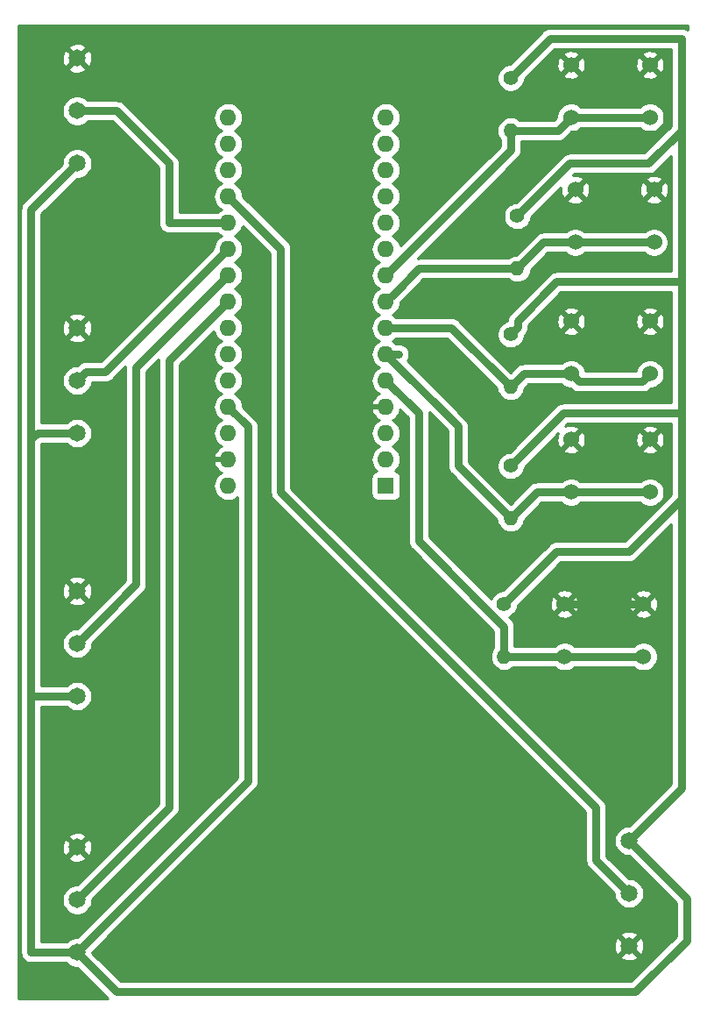
<source format=gbr>
G04 #@! TF.GenerationSoftware,KiCad,Pcbnew,5.1.4-e60b266~84~ubuntu18.04.1*
G04 #@! TF.CreationDate,2019-11-04T09:18:10-03:00*
G04 #@! TF.ProjectId,projetoDeee891,70726f6a-6574-46f4-9465-65653839312e,rev?*
G04 #@! TF.SameCoordinates,Original*
G04 #@! TF.FileFunction,Copper,L2,Bot*
G04 #@! TF.FilePolarity,Positive*
%FSLAX46Y46*%
G04 Gerber Fmt 4.6, Leading zero omitted, Abs format (unit mm)*
G04 Created by KiCad (PCBNEW 5.1.4-e60b266~84~ubuntu18.04.1) date 2019-11-04 09:18:10*
%MOMM*%
%LPD*%
G04 APERTURE LIST*
%ADD10C,1.651000*%
%ADD11O,1.600000X1.600000*%
%ADD12R,1.600000X1.600000*%
%ADD13C,1.524000*%
%ADD14C,1.400000*%
%ADD15O,1.400000X1.400000*%
%ADD16C,0.762000*%
%ADD17C,0.254000*%
G04 APERTURE END LIST*
D10*
X161925000Y-124460000D03*
X161925000Y-119380000D03*
X161925000Y-114300000D03*
D11*
X123190000Y-44450000D03*
X138430000Y-44450000D03*
X123190000Y-80010000D03*
X138430000Y-46990000D03*
X123190000Y-77470000D03*
X138430000Y-49530000D03*
X123190000Y-74930000D03*
X138430000Y-52070000D03*
X123190000Y-72390000D03*
X138430000Y-54610000D03*
X123190000Y-69850000D03*
X138430000Y-57150000D03*
X123190000Y-67310000D03*
X138430000Y-59690000D03*
X123190000Y-64770000D03*
X138430000Y-62230000D03*
X123190000Y-62230000D03*
X138430000Y-64770000D03*
X123190000Y-59690000D03*
X138430000Y-67310000D03*
X123190000Y-57150000D03*
X138430000Y-69850000D03*
X123190000Y-54610000D03*
X138430000Y-72390000D03*
X123190000Y-52070000D03*
X138430000Y-74930000D03*
X123190000Y-49530000D03*
X138430000Y-77470000D03*
X123190000Y-46990000D03*
D12*
X138430000Y-80010000D03*
D13*
X164345999Y-56515000D03*
X164345999Y-51435000D03*
X156725999Y-51435000D03*
X156725999Y-56515000D03*
X156337000Y-69215000D03*
X156337000Y-64135000D03*
X163957000Y-64135000D03*
X163957000Y-69215000D03*
D14*
X151130000Y-53975000D03*
D15*
X151130000Y-59055000D03*
D13*
X163957000Y-80645000D03*
X163957000Y-75565000D03*
X156337000Y-75565000D03*
X156337000Y-80645000D03*
D10*
X108585000Y-64770000D03*
X108585000Y-69850000D03*
X108585000Y-74930000D03*
X108585000Y-100330000D03*
X108585000Y-95250000D03*
X108585000Y-90170000D03*
D13*
X156337000Y-44450000D03*
X156337000Y-39370000D03*
X163957000Y-39370000D03*
X163957000Y-44450000D03*
X155702000Y-96520000D03*
X155702000Y-91440000D03*
X163322000Y-91440000D03*
X163322000Y-96520000D03*
D10*
X108585000Y-48895000D03*
X108585000Y-43815000D03*
X108585000Y-38735000D03*
D15*
X150495000Y-45720000D03*
D14*
X150495000Y-40640000D03*
D10*
X108585000Y-114935000D03*
X108585000Y-120015000D03*
X108585000Y-125095000D03*
D15*
X150495000Y-83185000D03*
D14*
X150495000Y-78105000D03*
X149860000Y-91440000D03*
D15*
X149860000Y-96520000D03*
D14*
X150495000Y-65405000D03*
D15*
X150495000Y-70485000D03*
D16*
X128270000Y-57150000D02*
X123190000Y-52070000D01*
X128270000Y-80645000D02*
X128270000Y-57150000D01*
X158750000Y-111125000D02*
X128270000Y-80645000D01*
X158750000Y-116205000D02*
X161925000Y-119380000D01*
X158750000Y-111125000D02*
X158750000Y-116205000D01*
X155702000Y-91440000D02*
X163322000Y-91440000D01*
X108585000Y-43815000D02*
X112395000Y-43815000D01*
X123190000Y-54610000D02*
X117475000Y-54610000D01*
X117475000Y-48895000D02*
X112395000Y-43815000D01*
X117475000Y-54610000D02*
X117475000Y-48895000D01*
X141605000Y-73025000D02*
X138430000Y-69850000D01*
X155702000Y-96520000D02*
X149860000Y-96520000D01*
X155702000Y-96520000D02*
X163322000Y-96520000D01*
X141605000Y-85348762D02*
X141605000Y-73025000D01*
X149860000Y-93603762D02*
X141605000Y-85348762D01*
X149860000Y-96520000D02*
X149860000Y-93603762D01*
X111315499Y-69024501D02*
X123190000Y-57150000D01*
X108585000Y-69850000D02*
X109410499Y-69024501D01*
X109410499Y-69024501D02*
X111315499Y-69024501D01*
X139700000Y-67310000D02*
X138430000Y-67310000D01*
X153035000Y-80645000D02*
X150495000Y-83185000D01*
X156337000Y-80645000D02*
X153035000Y-80645000D01*
X156337000Y-80645000D02*
X163957000Y-80645000D01*
X138430000Y-67310000D02*
X145415000Y-74295000D01*
X145415000Y-78105000D02*
X150495000Y-83185000D01*
X145415000Y-74295000D02*
X145415000Y-78105000D01*
X111125000Y-92710000D02*
X108585000Y-95250000D01*
X114300000Y-89535000D02*
X111125000Y-92710000D01*
X114300000Y-68580000D02*
X114300000Y-89535000D01*
X123190000Y-59690000D02*
X114300000Y-68580000D01*
X163195001Y-69976999D02*
X163957000Y-69215000D01*
X157098999Y-69976999D02*
X163195001Y-69976999D01*
X156337000Y-69215000D02*
X157098999Y-69976999D01*
X151765000Y-69215000D02*
X150495000Y-70485000D01*
X156337000Y-69215000D02*
X151765000Y-69215000D01*
X150495000Y-70485000D02*
X149795001Y-69785001D01*
X144780000Y-64770000D02*
X138430000Y-64770000D01*
X150495000Y-70485000D02*
X144780000Y-64770000D01*
X117475000Y-67945000D02*
X122390001Y-63029999D01*
X117475000Y-111125000D02*
X117475000Y-67945000D01*
X122390001Y-63029999D02*
X123190000Y-62230000D01*
X108585000Y-120015000D02*
X117475000Y-111125000D01*
X153670000Y-56515000D02*
X151130000Y-59055000D01*
X156725999Y-56515000D02*
X153670000Y-56515000D01*
X163268369Y-56515000D02*
X156725999Y-56515000D01*
X164345999Y-56515000D02*
X163268369Y-56515000D01*
X139229999Y-61430001D02*
X138430000Y-62230000D01*
X141605000Y-59055000D02*
X139229999Y-61430001D01*
X151130000Y-59055000D02*
X141605000Y-59055000D01*
X155067000Y-45720000D02*
X156337000Y-44450000D01*
X150495000Y-45720000D02*
X155067000Y-45720000D01*
X163957000Y-44450000D02*
X156337000Y-44450000D01*
X150495000Y-47625000D02*
X138430000Y-59690000D01*
X150495000Y-45720000D02*
X150495000Y-47625000D01*
X104140000Y-53340000D02*
X108585000Y-48895000D01*
X108585000Y-125095000D02*
X104140000Y-125095000D01*
X104775000Y-74930000D02*
X104140000Y-75565000D01*
X108585000Y-74930000D02*
X104775000Y-74930000D01*
X104140000Y-75565000D02*
X104140000Y-53340000D01*
X104140000Y-125095000D02*
X104140000Y-100330000D01*
X108585000Y-100330000D02*
X104140000Y-100330000D01*
X104140000Y-100330000D02*
X104140000Y-75565000D01*
X163830000Y-48895000D02*
X156210000Y-48895000D01*
X167005000Y-45720000D02*
X163830000Y-48895000D01*
X167005000Y-36830000D02*
X167005000Y-45720000D01*
X156210000Y-48895000D02*
X151130000Y-53975000D01*
X150495000Y-40640000D02*
X154305000Y-36830000D01*
X154305000Y-36830000D02*
X167005000Y-36830000D01*
X167005000Y-81280000D02*
X161925000Y-86360000D01*
X154940000Y-86360000D02*
X149860000Y-91440000D01*
X161925000Y-86360000D02*
X154940000Y-86360000D01*
X161925000Y-114300000D02*
X167005000Y-109220000D01*
X167005000Y-109220000D02*
X167005000Y-80645000D01*
X167005000Y-80645000D02*
X167005000Y-81280000D01*
X151194999Y-64705001D02*
X151194999Y-64070001D01*
X150495000Y-65405000D02*
X151194999Y-64705001D01*
X151194999Y-64070001D02*
X154940000Y-60325000D01*
X154940000Y-60325000D02*
X167005000Y-60325000D01*
X167005000Y-45720000D02*
X167005000Y-60325000D01*
X155575000Y-73025000D02*
X167005000Y-73025000D01*
X150495000Y-78105000D02*
X155575000Y-73025000D01*
X167005000Y-60325000D02*
X167005000Y-73025000D01*
X167005000Y-73025000D02*
X167005000Y-80645000D01*
X167487990Y-123977010D02*
X162560000Y-128905000D01*
X161925000Y-114300000D02*
X167487990Y-119862990D01*
X167487990Y-119862990D02*
X167487990Y-123977010D01*
X162560000Y-128905000D02*
X127000000Y-128905000D01*
X127000000Y-128905000D02*
X125730000Y-128905000D01*
X125730000Y-128905000D02*
X112395000Y-128905000D01*
X112395000Y-128905000D02*
X108585000Y-125095000D01*
X123190000Y-72390000D02*
X125095000Y-74295000D01*
X125095000Y-108585000D02*
X108585000Y-125095000D01*
X125095000Y-74295000D02*
X125095000Y-108585000D01*
D17*
G36*
X167615000Y-36016273D02*
G01*
X167572190Y-35981140D01*
X167395687Y-35886798D01*
X167204171Y-35828702D01*
X167054902Y-35814000D01*
X167005000Y-35809085D01*
X166955098Y-35814000D01*
X154354902Y-35814000D01*
X154305000Y-35809085D01*
X154255098Y-35814000D01*
X154105829Y-35828702D01*
X153914313Y-35886798D01*
X153737810Y-35981140D01*
X153583104Y-36108104D01*
X153551292Y-36146867D01*
X150393160Y-39305000D01*
X150363514Y-39305000D01*
X150105595Y-39356304D01*
X149862641Y-39456939D01*
X149643987Y-39603038D01*
X149458038Y-39788987D01*
X149311939Y-40007641D01*
X149211304Y-40250595D01*
X149160000Y-40508514D01*
X149160000Y-40771486D01*
X149211304Y-41029405D01*
X149311939Y-41272359D01*
X149458038Y-41491013D01*
X149643987Y-41676962D01*
X149862641Y-41823061D01*
X150105595Y-41923696D01*
X150363514Y-41975000D01*
X150626486Y-41975000D01*
X150884405Y-41923696D01*
X151127359Y-41823061D01*
X151346013Y-41676962D01*
X151531962Y-41491013D01*
X151678061Y-41272359D01*
X151778696Y-41029405D01*
X151830000Y-40771486D01*
X151830000Y-40741840D01*
X152236275Y-40335565D01*
X155551040Y-40335565D01*
X155618020Y-40575656D01*
X155867048Y-40692756D01*
X156134135Y-40759023D01*
X156409017Y-40771910D01*
X156681133Y-40730922D01*
X156940023Y-40637636D01*
X157055980Y-40575656D01*
X157122960Y-40335565D01*
X163171040Y-40335565D01*
X163238020Y-40575656D01*
X163487048Y-40692756D01*
X163754135Y-40759023D01*
X164029017Y-40771910D01*
X164301133Y-40730922D01*
X164560023Y-40637636D01*
X164675980Y-40575656D01*
X164742960Y-40335565D01*
X163957000Y-39549605D01*
X163171040Y-40335565D01*
X157122960Y-40335565D01*
X156337000Y-39549605D01*
X155551040Y-40335565D01*
X152236275Y-40335565D01*
X153129823Y-39442017D01*
X154935090Y-39442017D01*
X154976078Y-39714133D01*
X155069364Y-39973023D01*
X155131344Y-40088980D01*
X155371435Y-40155960D01*
X156157395Y-39370000D01*
X156516605Y-39370000D01*
X157302565Y-40155960D01*
X157542656Y-40088980D01*
X157659756Y-39839952D01*
X157726023Y-39572865D01*
X157732157Y-39442017D01*
X162555090Y-39442017D01*
X162596078Y-39714133D01*
X162689364Y-39973023D01*
X162751344Y-40088980D01*
X162991435Y-40155960D01*
X163777395Y-39370000D01*
X164136605Y-39370000D01*
X164922565Y-40155960D01*
X165162656Y-40088980D01*
X165279756Y-39839952D01*
X165346023Y-39572865D01*
X165358910Y-39297983D01*
X165317922Y-39025867D01*
X165224636Y-38766977D01*
X165162656Y-38651020D01*
X164922565Y-38584040D01*
X164136605Y-39370000D01*
X163777395Y-39370000D01*
X162991435Y-38584040D01*
X162751344Y-38651020D01*
X162634244Y-38900048D01*
X162567977Y-39167135D01*
X162555090Y-39442017D01*
X157732157Y-39442017D01*
X157738910Y-39297983D01*
X157697922Y-39025867D01*
X157604636Y-38766977D01*
X157542656Y-38651020D01*
X157302565Y-38584040D01*
X156516605Y-39370000D01*
X156157395Y-39370000D01*
X155371435Y-38584040D01*
X155131344Y-38651020D01*
X155014244Y-38900048D01*
X154947977Y-39167135D01*
X154935090Y-39442017D01*
X153129823Y-39442017D01*
X154167405Y-38404435D01*
X155551040Y-38404435D01*
X156337000Y-39190395D01*
X157122960Y-38404435D01*
X163171040Y-38404435D01*
X163957000Y-39190395D01*
X164742960Y-38404435D01*
X164675980Y-38164344D01*
X164426952Y-38047244D01*
X164159865Y-37980977D01*
X163884983Y-37968090D01*
X163612867Y-38009078D01*
X163353977Y-38102364D01*
X163238020Y-38164344D01*
X163171040Y-38404435D01*
X157122960Y-38404435D01*
X157055980Y-38164344D01*
X156806952Y-38047244D01*
X156539865Y-37980977D01*
X156264983Y-37968090D01*
X155992867Y-38009078D01*
X155733977Y-38102364D01*
X155618020Y-38164344D01*
X155551040Y-38404435D01*
X154167405Y-38404435D01*
X154725841Y-37846000D01*
X165989000Y-37846000D01*
X165989001Y-45299158D01*
X163409160Y-47879000D01*
X156259902Y-47879000D01*
X156210000Y-47874085D01*
X156010829Y-47893702D01*
X155819312Y-47951798D01*
X155757832Y-47984660D01*
X155642810Y-48046140D01*
X155488104Y-48173104D01*
X155456294Y-48211865D01*
X151028160Y-52640000D01*
X150998514Y-52640000D01*
X150740595Y-52691304D01*
X150497641Y-52791939D01*
X150278987Y-52938038D01*
X150093038Y-53123987D01*
X149946939Y-53342641D01*
X149846304Y-53585595D01*
X149795000Y-53843514D01*
X149795000Y-54106486D01*
X149846304Y-54364405D01*
X149946939Y-54607359D01*
X150093038Y-54826013D01*
X150278987Y-55011962D01*
X150497641Y-55158061D01*
X150740595Y-55258696D01*
X150998514Y-55310000D01*
X151261486Y-55310000D01*
X151519405Y-55258696D01*
X151762359Y-55158061D01*
X151981013Y-55011962D01*
X152166962Y-54826013D01*
X152313061Y-54607359D01*
X152413696Y-54364405D01*
X152465000Y-54106486D01*
X152465000Y-54076840D01*
X154141275Y-52400565D01*
X155940039Y-52400565D01*
X156007019Y-52640656D01*
X156256047Y-52757756D01*
X156523134Y-52824023D01*
X156798016Y-52836910D01*
X157070132Y-52795922D01*
X157329022Y-52702636D01*
X157444979Y-52640656D01*
X157511959Y-52400565D01*
X163560039Y-52400565D01*
X163627019Y-52640656D01*
X163876047Y-52757756D01*
X164143134Y-52824023D01*
X164418016Y-52836910D01*
X164690132Y-52795922D01*
X164949022Y-52702636D01*
X165064979Y-52640656D01*
X165131959Y-52400565D01*
X164345999Y-51614605D01*
X163560039Y-52400565D01*
X157511959Y-52400565D01*
X156725999Y-51614605D01*
X155940039Y-52400565D01*
X154141275Y-52400565D01*
X155345975Y-51195866D01*
X155336976Y-51232135D01*
X155324089Y-51507017D01*
X155365077Y-51779133D01*
X155458363Y-52038023D01*
X155520343Y-52153980D01*
X155760434Y-52220960D01*
X156546394Y-51435000D01*
X156905604Y-51435000D01*
X157691564Y-52220960D01*
X157931655Y-52153980D01*
X158048755Y-51904952D01*
X158115022Y-51637865D01*
X158121156Y-51507017D01*
X162944089Y-51507017D01*
X162985077Y-51779133D01*
X163078363Y-52038023D01*
X163140343Y-52153980D01*
X163380434Y-52220960D01*
X164166394Y-51435000D01*
X164525604Y-51435000D01*
X165311564Y-52220960D01*
X165551655Y-52153980D01*
X165668755Y-51904952D01*
X165735022Y-51637865D01*
X165747909Y-51362983D01*
X165706921Y-51090867D01*
X165613635Y-50831977D01*
X165551655Y-50716020D01*
X165311564Y-50649040D01*
X164525604Y-51435000D01*
X164166394Y-51435000D01*
X163380434Y-50649040D01*
X163140343Y-50716020D01*
X163023243Y-50965048D01*
X162956976Y-51232135D01*
X162944089Y-51507017D01*
X158121156Y-51507017D01*
X158127909Y-51362983D01*
X158086921Y-51090867D01*
X157993635Y-50831977D01*
X157931655Y-50716020D01*
X157691564Y-50649040D01*
X156905604Y-51435000D01*
X156546394Y-51435000D01*
X156532252Y-51420858D01*
X156711857Y-51241253D01*
X156725999Y-51255395D01*
X157511959Y-50469435D01*
X163560039Y-50469435D01*
X164345999Y-51255395D01*
X165131959Y-50469435D01*
X165064979Y-50229344D01*
X164815951Y-50112244D01*
X164548864Y-50045977D01*
X164273982Y-50033090D01*
X164001866Y-50074078D01*
X163742976Y-50167364D01*
X163627019Y-50229344D01*
X163560039Y-50469435D01*
X157511959Y-50469435D01*
X157444979Y-50229344D01*
X157195951Y-50112244D01*
X156928864Y-50045977D01*
X156653982Y-50033090D01*
X156482996Y-50058845D01*
X156630841Y-49911000D01*
X163780098Y-49911000D01*
X163830000Y-49915915D01*
X163879902Y-49911000D01*
X164029171Y-49896298D01*
X164220687Y-49838202D01*
X164397190Y-49743860D01*
X164551896Y-49616896D01*
X164583712Y-49578128D01*
X165989000Y-48172840D01*
X165989001Y-59309000D01*
X154989893Y-59309000D01*
X154939999Y-59304086D01*
X154890105Y-59309000D01*
X154890098Y-59309000D01*
X154740829Y-59323702D01*
X154549313Y-59381798D01*
X154372810Y-59476140D01*
X154218104Y-59603104D01*
X154186292Y-59641867D01*
X150511867Y-63316293D01*
X150473104Y-63348105D01*
X150346140Y-63502811D01*
X150251798Y-63679314D01*
X150227598Y-63759091D01*
X150193701Y-63870831D01*
X150174084Y-64070001D01*
X150177724Y-64106956D01*
X150105595Y-64121304D01*
X149862641Y-64221939D01*
X149643987Y-64368038D01*
X149458038Y-64553987D01*
X149311939Y-64772641D01*
X149211304Y-65015595D01*
X149160000Y-65273514D01*
X149160000Y-65536486D01*
X149211304Y-65794405D01*
X149311939Y-66037359D01*
X149458038Y-66256013D01*
X149643987Y-66441962D01*
X149862641Y-66588061D01*
X150105595Y-66688696D01*
X150363514Y-66740000D01*
X150626486Y-66740000D01*
X150884405Y-66688696D01*
X151127359Y-66588061D01*
X151346013Y-66441962D01*
X151531962Y-66256013D01*
X151678061Y-66037359D01*
X151778696Y-65794405D01*
X151830000Y-65536486D01*
X151830000Y-65506841D01*
X151878132Y-65458709D01*
X151916895Y-65426897D01*
X152043859Y-65272191D01*
X152135594Y-65100565D01*
X155551040Y-65100565D01*
X155618020Y-65340656D01*
X155867048Y-65457756D01*
X156134135Y-65524023D01*
X156409017Y-65536910D01*
X156681133Y-65495922D01*
X156940023Y-65402636D01*
X157055980Y-65340656D01*
X157122960Y-65100565D01*
X163171040Y-65100565D01*
X163238020Y-65340656D01*
X163487048Y-65457756D01*
X163754135Y-65524023D01*
X164029017Y-65536910D01*
X164301133Y-65495922D01*
X164560023Y-65402636D01*
X164675980Y-65340656D01*
X164742960Y-65100565D01*
X163957000Y-64314605D01*
X163171040Y-65100565D01*
X157122960Y-65100565D01*
X156337000Y-64314605D01*
X155551040Y-65100565D01*
X152135594Y-65100565D01*
X152138201Y-65095688D01*
X152196297Y-64904172D01*
X152210999Y-64754903D01*
X152210999Y-64754902D01*
X152215914Y-64705002D01*
X152210999Y-64655100D01*
X152210999Y-64490841D01*
X152494823Y-64207017D01*
X154935090Y-64207017D01*
X154976078Y-64479133D01*
X155069364Y-64738023D01*
X155131344Y-64853980D01*
X155371435Y-64920960D01*
X156157395Y-64135000D01*
X156516605Y-64135000D01*
X157302565Y-64920960D01*
X157542656Y-64853980D01*
X157659756Y-64604952D01*
X157726023Y-64337865D01*
X157732157Y-64207017D01*
X162555090Y-64207017D01*
X162596078Y-64479133D01*
X162689364Y-64738023D01*
X162751344Y-64853980D01*
X162991435Y-64920960D01*
X163777395Y-64135000D01*
X164136605Y-64135000D01*
X164922565Y-64920960D01*
X165162656Y-64853980D01*
X165279756Y-64604952D01*
X165346023Y-64337865D01*
X165358910Y-64062983D01*
X165317922Y-63790867D01*
X165224636Y-63531977D01*
X165162656Y-63416020D01*
X164922565Y-63349040D01*
X164136605Y-64135000D01*
X163777395Y-64135000D01*
X162991435Y-63349040D01*
X162751344Y-63416020D01*
X162634244Y-63665048D01*
X162567977Y-63932135D01*
X162555090Y-64207017D01*
X157732157Y-64207017D01*
X157738910Y-64062983D01*
X157697922Y-63790867D01*
X157604636Y-63531977D01*
X157542656Y-63416020D01*
X157302565Y-63349040D01*
X156516605Y-64135000D01*
X156157395Y-64135000D01*
X155371435Y-63349040D01*
X155131344Y-63416020D01*
X155014244Y-63665048D01*
X154947977Y-63932135D01*
X154935090Y-64207017D01*
X152494823Y-64207017D01*
X153532405Y-63169435D01*
X155551040Y-63169435D01*
X156337000Y-63955395D01*
X157122960Y-63169435D01*
X163171040Y-63169435D01*
X163957000Y-63955395D01*
X164742960Y-63169435D01*
X164675980Y-62929344D01*
X164426952Y-62812244D01*
X164159865Y-62745977D01*
X163884983Y-62733090D01*
X163612867Y-62774078D01*
X163353977Y-62867364D01*
X163238020Y-62929344D01*
X163171040Y-63169435D01*
X157122960Y-63169435D01*
X157055980Y-62929344D01*
X156806952Y-62812244D01*
X156539865Y-62745977D01*
X156264983Y-62733090D01*
X155992867Y-62774078D01*
X155733977Y-62867364D01*
X155618020Y-62929344D01*
X155551040Y-63169435D01*
X153532405Y-63169435D01*
X155360841Y-61341000D01*
X165989000Y-61341000D01*
X165989001Y-72009000D01*
X155624902Y-72009000D01*
X155575000Y-72004085D01*
X155375829Y-72023702D01*
X155184312Y-72081798D01*
X155133999Y-72108691D01*
X155007810Y-72176140D01*
X154853104Y-72303104D01*
X154821294Y-72341865D01*
X150393160Y-76770000D01*
X150363514Y-76770000D01*
X150105595Y-76821304D01*
X149862641Y-76921939D01*
X149643987Y-77068038D01*
X149458038Y-77253987D01*
X149311939Y-77472641D01*
X149211304Y-77715595D01*
X149160000Y-77973514D01*
X149160000Y-78236486D01*
X149211304Y-78494405D01*
X149311939Y-78737359D01*
X149458038Y-78956013D01*
X149643987Y-79141962D01*
X149862641Y-79288061D01*
X150105595Y-79388696D01*
X150363514Y-79440000D01*
X150626486Y-79440000D01*
X150884405Y-79388696D01*
X151127359Y-79288061D01*
X151346013Y-79141962D01*
X151531962Y-78956013D01*
X151678061Y-78737359D01*
X151778696Y-78494405D01*
X151830000Y-78236486D01*
X151830000Y-78206840D01*
X153506275Y-76530565D01*
X155551040Y-76530565D01*
X155618020Y-76770656D01*
X155867048Y-76887756D01*
X156134135Y-76954023D01*
X156409017Y-76966910D01*
X156681133Y-76925922D01*
X156940023Y-76832636D01*
X157055980Y-76770656D01*
X157122960Y-76530565D01*
X163171040Y-76530565D01*
X163238020Y-76770656D01*
X163487048Y-76887756D01*
X163754135Y-76954023D01*
X164029017Y-76966910D01*
X164301133Y-76925922D01*
X164560023Y-76832636D01*
X164675980Y-76770656D01*
X164742960Y-76530565D01*
X163957000Y-75744605D01*
X163171040Y-76530565D01*
X157122960Y-76530565D01*
X156337000Y-75744605D01*
X155551040Y-76530565D01*
X153506275Y-76530565D01*
X155078552Y-74958289D01*
X155014244Y-75095048D01*
X154947977Y-75362135D01*
X154935090Y-75637017D01*
X154976078Y-75909133D01*
X155069364Y-76168023D01*
X155131344Y-76283980D01*
X155371435Y-76350960D01*
X156157395Y-75565000D01*
X156516605Y-75565000D01*
X157302565Y-76350960D01*
X157542656Y-76283980D01*
X157659756Y-76034952D01*
X157726023Y-75767865D01*
X157732157Y-75637017D01*
X162555090Y-75637017D01*
X162596078Y-75909133D01*
X162689364Y-76168023D01*
X162751344Y-76283980D01*
X162991435Y-76350960D01*
X163777395Y-75565000D01*
X164136605Y-75565000D01*
X164922565Y-76350960D01*
X165162656Y-76283980D01*
X165279756Y-76034952D01*
X165346023Y-75767865D01*
X165358910Y-75492983D01*
X165317922Y-75220867D01*
X165224636Y-74961977D01*
X165162656Y-74846020D01*
X164922565Y-74779040D01*
X164136605Y-75565000D01*
X163777395Y-75565000D01*
X162991435Y-74779040D01*
X162751344Y-74846020D01*
X162634244Y-75095048D01*
X162567977Y-75362135D01*
X162555090Y-75637017D01*
X157732157Y-75637017D01*
X157738910Y-75492983D01*
X157697922Y-75220867D01*
X157604636Y-74961977D01*
X157542656Y-74846020D01*
X157302565Y-74779040D01*
X156516605Y-75565000D01*
X156157395Y-75565000D01*
X156143253Y-75550858D01*
X156322858Y-75371253D01*
X156337000Y-75385395D01*
X157122960Y-74599435D01*
X163171040Y-74599435D01*
X163957000Y-75385395D01*
X164742960Y-74599435D01*
X164675980Y-74359344D01*
X164426952Y-74242244D01*
X164159865Y-74175977D01*
X163884983Y-74163090D01*
X163612867Y-74204078D01*
X163353977Y-74297364D01*
X163238020Y-74359344D01*
X163171040Y-74599435D01*
X157122960Y-74599435D01*
X157055980Y-74359344D01*
X156806952Y-74242244D01*
X156539865Y-74175977D01*
X156264983Y-74163090D01*
X155992867Y-74204078D01*
X155742575Y-74294266D01*
X155995841Y-74041000D01*
X165989000Y-74041000D01*
X165989001Y-80595089D01*
X165989000Y-80595099D01*
X165989000Y-80859159D01*
X161504160Y-85344000D01*
X154989902Y-85344000D01*
X154940000Y-85339085D01*
X154740829Y-85358702D01*
X154549312Y-85416798D01*
X154487832Y-85449660D01*
X154372810Y-85511140D01*
X154218104Y-85638104D01*
X154186293Y-85676866D01*
X149758160Y-90105000D01*
X149728514Y-90105000D01*
X149470595Y-90156304D01*
X149227641Y-90256939D01*
X149008987Y-90403038D01*
X148823038Y-90588987D01*
X148676939Y-90807641D01*
X148625326Y-90932247D01*
X142621000Y-84927922D01*
X142621000Y-73074901D01*
X142625915Y-73024999D01*
X142616930Y-72933770D01*
X144399000Y-74715841D01*
X144399001Y-78055088D01*
X144394085Y-78105000D01*
X144413702Y-78304170D01*
X144469955Y-78489608D01*
X144471799Y-78495687D01*
X144566141Y-78672190D01*
X144693105Y-78826896D01*
X144731866Y-78858706D01*
X149163962Y-83290803D01*
X149179317Y-83446706D01*
X149255653Y-83698354D01*
X149379618Y-83930275D01*
X149546445Y-84133555D01*
X149749725Y-84300382D01*
X149981646Y-84424347D01*
X150233294Y-84500683D01*
X150429421Y-84520000D01*
X150560579Y-84520000D01*
X150756706Y-84500683D01*
X151008354Y-84424347D01*
X151240275Y-84300382D01*
X151443555Y-84133555D01*
X151610382Y-83930275D01*
X151734347Y-83698354D01*
X151810683Y-83446706D01*
X151826038Y-83290802D01*
X153455841Y-81661000D01*
X155377345Y-81661000D01*
X155446465Y-81730120D01*
X155675273Y-81883005D01*
X155929510Y-81988314D01*
X156199408Y-82042000D01*
X156474592Y-82042000D01*
X156744490Y-81988314D01*
X156998727Y-81883005D01*
X157227535Y-81730120D01*
X157296655Y-81661000D01*
X162997345Y-81661000D01*
X163066465Y-81730120D01*
X163295273Y-81883005D01*
X163549510Y-81988314D01*
X163819408Y-82042000D01*
X164094592Y-82042000D01*
X164364490Y-81988314D01*
X164618727Y-81883005D01*
X164847535Y-81730120D01*
X165042120Y-81535535D01*
X165195005Y-81306727D01*
X165300314Y-81052490D01*
X165354000Y-80782592D01*
X165354000Y-80507408D01*
X165300314Y-80237510D01*
X165195005Y-79983273D01*
X165042120Y-79754465D01*
X164847535Y-79559880D01*
X164618727Y-79406995D01*
X164364490Y-79301686D01*
X164094592Y-79248000D01*
X163819408Y-79248000D01*
X163549510Y-79301686D01*
X163295273Y-79406995D01*
X163066465Y-79559880D01*
X162997345Y-79629000D01*
X157296655Y-79629000D01*
X157227535Y-79559880D01*
X156998727Y-79406995D01*
X156744490Y-79301686D01*
X156474592Y-79248000D01*
X156199408Y-79248000D01*
X155929510Y-79301686D01*
X155675273Y-79406995D01*
X155446465Y-79559880D01*
X155377345Y-79629000D01*
X153084893Y-79629000D01*
X153034999Y-79624086D01*
X152985105Y-79629000D01*
X152985098Y-79629000D01*
X152855177Y-79641796D01*
X152835828Y-79643702D01*
X152777732Y-79661326D01*
X152644313Y-79701798D01*
X152467810Y-79796140D01*
X152313104Y-79923104D01*
X152281292Y-79961867D01*
X150495000Y-81748159D01*
X146431000Y-77684160D01*
X146431000Y-74344902D01*
X146435915Y-74295000D01*
X146416298Y-74095829D01*
X146358202Y-73904313D01*
X146341924Y-73873859D01*
X146263860Y-73727810D01*
X146136896Y-73573104D01*
X146098133Y-73541292D01*
X140497100Y-67940260D01*
X140548860Y-67877190D01*
X140643202Y-67700687D01*
X140701298Y-67509171D01*
X140720915Y-67310000D01*
X140701298Y-67110829D01*
X140643202Y-66919313D01*
X140548860Y-66742810D01*
X140421896Y-66588104D01*
X140267190Y-66461140D01*
X140090687Y-66366798D01*
X139899171Y-66308702D01*
X139749902Y-66294000D01*
X139452569Y-66294000D01*
X139449608Y-66290392D01*
X139231101Y-66111068D01*
X139098142Y-66040000D01*
X139231101Y-65968932D01*
X139449608Y-65789608D01*
X139452569Y-65786000D01*
X144359160Y-65786000D01*
X149163962Y-70590803D01*
X149179317Y-70746706D01*
X149255653Y-70998354D01*
X149379618Y-71230275D01*
X149546445Y-71433555D01*
X149749725Y-71600382D01*
X149981646Y-71724347D01*
X150233294Y-71800683D01*
X150429421Y-71820000D01*
X150560579Y-71820000D01*
X150756706Y-71800683D01*
X151008354Y-71724347D01*
X151240275Y-71600382D01*
X151443555Y-71433555D01*
X151610382Y-71230275D01*
X151734347Y-70998354D01*
X151810683Y-70746706D01*
X151826038Y-70590802D01*
X152185841Y-70231000D01*
X155377345Y-70231000D01*
X155446465Y-70300120D01*
X155675273Y-70453005D01*
X155929510Y-70558314D01*
X156199408Y-70612000D01*
X156297159Y-70612000D01*
X156345291Y-70660132D01*
X156377103Y-70698895D01*
X156531809Y-70825859D01*
X156708312Y-70920201D01*
X156899828Y-70978297D01*
X157049097Y-70992999D01*
X157049104Y-70992999D01*
X157098998Y-70997913D01*
X157148892Y-70992999D01*
X163145099Y-70992999D01*
X163195001Y-70997914D01*
X163244903Y-70992999D01*
X163394172Y-70978297D01*
X163585688Y-70920201D01*
X163762191Y-70825859D01*
X163916897Y-70698895D01*
X163948713Y-70660127D01*
X163996840Y-70612000D01*
X164094592Y-70612000D01*
X164364490Y-70558314D01*
X164618727Y-70453005D01*
X164847535Y-70300120D01*
X165042120Y-70105535D01*
X165195005Y-69876727D01*
X165300314Y-69622490D01*
X165354000Y-69352592D01*
X165354000Y-69077408D01*
X165300314Y-68807510D01*
X165195005Y-68553273D01*
X165042120Y-68324465D01*
X164847535Y-68129880D01*
X164618727Y-67976995D01*
X164364490Y-67871686D01*
X164094592Y-67818000D01*
X163819408Y-67818000D01*
X163549510Y-67871686D01*
X163295273Y-67976995D01*
X163066465Y-68129880D01*
X162871880Y-68324465D01*
X162718995Y-68553273D01*
X162613686Y-68807510D01*
X162583155Y-68960999D01*
X157710845Y-68960999D01*
X157680314Y-68807510D01*
X157575005Y-68553273D01*
X157422120Y-68324465D01*
X157227535Y-68129880D01*
X156998727Y-67976995D01*
X156744490Y-67871686D01*
X156474592Y-67818000D01*
X156199408Y-67818000D01*
X155929510Y-67871686D01*
X155675273Y-67976995D01*
X155446465Y-68129880D01*
X155377345Y-68199000D01*
X151814893Y-68199000D01*
X151764999Y-68194086D01*
X151715105Y-68199000D01*
X151715098Y-68199000D01*
X151565829Y-68213702D01*
X151374313Y-68271798D01*
X151197810Y-68366140D01*
X151043104Y-68493104D01*
X151011292Y-68531867D01*
X150495000Y-69048159D01*
X145533712Y-64086872D01*
X145501896Y-64048104D01*
X145347190Y-63921140D01*
X145170687Y-63826798D01*
X144979171Y-63768702D01*
X144829902Y-63754000D01*
X144780000Y-63749085D01*
X144730098Y-63754000D01*
X139452569Y-63754000D01*
X139449608Y-63750392D01*
X139231101Y-63571068D01*
X139098142Y-63500000D01*
X139231101Y-63428932D01*
X139449608Y-63249608D01*
X139628932Y-63031101D01*
X139762182Y-62781808D01*
X139844236Y-62511309D01*
X139871943Y-62230000D01*
X139871486Y-62225355D01*
X139983705Y-62113136D01*
X139983709Y-62113131D01*
X142025841Y-60071000D01*
X150263627Y-60071000D01*
X150384725Y-60170382D01*
X150616646Y-60294347D01*
X150868294Y-60370683D01*
X151064421Y-60390000D01*
X151195579Y-60390000D01*
X151391706Y-60370683D01*
X151643354Y-60294347D01*
X151875275Y-60170382D01*
X152078555Y-60003555D01*
X152245382Y-59800275D01*
X152369347Y-59568354D01*
X152445683Y-59316706D01*
X152461038Y-59160802D01*
X154090841Y-57531000D01*
X155766344Y-57531000D01*
X155835464Y-57600120D01*
X156064272Y-57753005D01*
X156318509Y-57858314D01*
X156588407Y-57912000D01*
X156863591Y-57912000D01*
X157133489Y-57858314D01*
X157387726Y-57753005D01*
X157616534Y-57600120D01*
X157685654Y-57531000D01*
X163386344Y-57531000D01*
X163455464Y-57600120D01*
X163684272Y-57753005D01*
X163938509Y-57858314D01*
X164208407Y-57912000D01*
X164483591Y-57912000D01*
X164753489Y-57858314D01*
X165007726Y-57753005D01*
X165236534Y-57600120D01*
X165431119Y-57405535D01*
X165584004Y-57176727D01*
X165689313Y-56922490D01*
X165742999Y-56652592D01*
X165742999Y-56377408D01*
X165689313Y-56107510D01*
X165584004Y-55853273D01*
X165431119Y-55624465D01*
X165236534Y-55429880D01*
X165007726Y-55276995D01*
X164753489Y-55171686D01*
X164483591Y-55118000D01*
X164208407Y-55118000D01*
X163938509Y-55171686D01*
X163684272Y-55276995D01*
X163455464Y-55429880D01*
X163386344Y-55499000D01*
X157685654Y-55499000D01*
X157616534Y-55429880D01*
X157387726Y-55276995D01*
X157133489Y-55171686D01*
X156863591Y-55118000D01*
X156588407Y-55118000D01*
X156318509Y-55171686D01*
X156064272Y-55276995D01*
X155835464Y-55429880D01*
X155766344Y-55499000D01*
X153719893Y-55499000D01*
X153669999Y-55494086D01*
X153620105Y-55499000D01*
X153620098Y-55499000D01*
X153490177Y-55511796D01*
X153470828Y-55513702D01*
X153412732Y-55531326D01*
X153279313Y-55571798D01*
X153102810Y-55666140D01*
X152948104Y-55793104D01*
X152916292Y-55831867D01*
X151024198Y-57723962D01*
X150868294Y-57739317D01*
X150616646Y-57815653D01*
X150384725Y-57939618D01*
X150263627Y-58039000D01*
X141654902Y-58039000D01*
X141605000Y-58034085D01*
X141555098Y-58039000D01*
X141513770Y-58043071D01*
X151178133Y-48378708D01*
X151216896Y-48346896D01*
X151343860Y-48192190D01*
X151438202Y-48015687D01*
X151496298Y-47824171D01*
X151511000Y-47674902D01*
X151515915Y-47625000D01*
X151511000Y-47575098D01*
X151511000Y-46736000D01*
X155017098Y-46736000D01*
X155067000Y-46740915D01*
X155116902Y-46736000D01*
X155266171Y-46721298D01*
X155457687Y-46663202D01*
X155634190Y-46568860D01*
X155788896Y-46441896D01*
X155820712Y-46403128D01*
X156376840Y-45847000D01*
X156474592Y-45847000D01*
X156744490Y-45793314D01*
X156998727Y-45688005D01*
X157227535Y-45535120D01*
X157296655Y-45466000D01*
X162997345Y-45466000D01*
X163066465Y-45535120D01*
X163295273Y-45688005D01*
X163549510Y-45793314D01*
X163819408Y-45847000D01*
X164094592Y-45847000D01*
X164364490Y-45793314D01*
X164618727Y-45688005D01*
X164847535Y-45535120D01*
X165042120Y-45340535D01*
X165195005Y-45111727D01*
X165300314Y-44857490D01*
X165354000Y-44587592D01*
X165354000Y-44312408D01*
X165300314Y-44042510D01*
X165195005Y-43788273D01*
X165042120Y-43559465D01*
X164847535Y-43364880D01*
X164618727Y-43211995D01*
X164364490Y-43106686D01*
X164094592Y-43053000D01*
X163819408Y-43053000D01*
X163549510Y-43106686D01*
X163295273Y-43211995D01*
X163066465Y-43364880D01*
X162997345Y-43434000D01*
X157296655Y-43434000D01*
X157227535Y-43364880D01*
X156998727Y-43211995D01*
X156744490Y-43106686D01*
X156474592Y-43053000D01*
X156199408Y-43053000D01*
X155929510Y-43106686D01*
X155675273Y-43211995D01*
X155446465Y-43364880D01*
X155251880Y-43559465D01*
X155098995Y-43788273D01*
X154993686Y-44042510D01*
X154940000Y-44312408D01*
X154940000Y-44410160D01*
X154646160Y-44704000D01*
X151361373Y-44704000D01*
X151240275Y-44604618D01*
X151008354Y-44480653D01*
X150756706Y-44404317D01*
X150560579Y-44385000D01*
X150429421Y-44385000D01*
X150233294Y-44404317D01*
X149981646Y-44480653D01*
X149749725Y-44604618D01*
X149546445Y-44771445D01*
X149379618Y-44974725D01*
X149255653Y-45206646D01*
X149179317Y-45458294D01*
X149153541Y-45720000D01*
X149179317Y-45981706D01*
X149255653Y-46233354D01*
X149379618Y-46465275D01*
X149479000Y-46586373D01*
X149479001Y-47204158D01*
X139837308Y-56845852D01*
X139762182Y-56598192D01*
X139628932Y-56348899D01*
X139449608Y-56130392D01*
X139231101Y-55951068D01*
X139098142Y-55880000D01*
X139231101Y-55808932D01*
X139449608Y-55629608D01*
X139628932Y-55411101D01*
X139762182Y-55161808D01*
X139844236Y-54891309D01*
X139871943Y-54610000D01*
X139844236Y-54328691D01*
X139762182Y-54058192D01*
X139628932Y-53808899D01*
X139449608Y-53590392D01*
X139231101Y-53411068D01*
X139098142Y-53340000D01*
X139231101Y-53268932D01*
X139449608Y-53089608D01*
X139628932Y-52871101D01*
X139762182Y-52621808D01*
X139844236Y-52351309D01*
X139871943Y-52070000D01*
X139844236Y-51788691D01*
X139762182Y-51518192D01*
X139628932Y-51268899D01*
X139449608Y-51050392D01*
X139231101Y-50871068D01*
X139098142Y-50800000D01*
X139231101Y-50728932D01*
X139449608Y-50549608D01*
X139628932Y-50331101D01*
X139762182Y-50081808D01*
X139844236Y-49811309D01*
X139871943Y-49530000D01*
X139844236Y-49248691D01*
X139762182Y-48978192D01*
X139628932Y-48728899D01*
X139449608Y-48510392D01*
X139231101Y-48331068D01*
X139098142Y-48260000D01*
X139231101Y-48188932D01*
X139449608Y-48009608D01*
X139628932Y-47791101D01*
X139762182Y-47541808D01*
X139844236Y-47271309D01*
X139871943Y-46990000D01*
X139844236Y-46708691D01*
X139762182Y-46438192D01*
X139628932Y-46188899D01*
X139449608Y-45970392D01*
X139231101Y-45791068D01*
X139098142Y-45720000D01*
X139231101Y-45648932D01*
X139449608Y-45469608D01*
X139628932Y-45251101D01*
X139762182Y-45001808D01*
X139844236Y-44731309D01*
X139871943Y-44450000D01*
X139844236Y-44168691D01*
X139762182Y-43898192D01*
X139628932Y-43648899D01*
X139449608Y-43430392D01*
X139231101Y-43251068D01*
X138981808Y-43117818D01*
X138711309Y-43035764D01*
X138500492Y-43015000D01*
X138359508Y-43015000D01*
X138148691Y-43035764D01*
X137878192Y-43117818D01*
X137628899Y-43251068D01*
X137410392Y-43430392D01*
X137231068Y-43648899D01*
X137097818Y-43898192D01*
X137015764Y-44168691D01*
X136988057Y-44450000D01*
X137015764Y-44731309D01*
X137097818Y-45001808D01*
X137231068Y-45251101D01*
X137410392Y-45469608D01*
X137628899Y-45648932D01*
X137761858Y-45720000D01*
X137628899Y-45791068D01*
X137410392Y-45970392D01*
X137231068Y-46188899D01*
X137097818Y-46438192D01*
X137015764Y-46708691D01*
X136988057Y-46990000D01*
X137015764Y-47271309D01*
X137097818Y-47541808D01*
X137231068Y-47791101D01*
X137410392Y-48009608D01*
X137628899Y-48188932D01*
X137761858Y-48260000D01*
X137628899Y-48331068D01*
X137410392Y-48510392D01*
X137231068Y-48728899D01*
X137097818Y-48978192D01*
X137015764Y-49248691D01*
X136988057Y-49530000D01*
X137015764Y-49811309D01*
X137097818Y-50081808D01*
X137231068Y-50331101D01*
X137410392Y-50549608D01*
X137628899Y-50728932D01*
X137761858Y-50800000D01*
X137628899Y-50871068D01*
X137410392Y-51050392D01*
X137231068Y-51268899D01*
X137097818Y-51518192D01*
X137015764Y-51788691D01*
X136988057Y-52070000D01*
X137015764Y-52351309D01*
X137097818Y-52621808D01*
X137231068Y-52871101D01*
X137410392Y-53089608D01*
X137628899Y-53268932D01*
X137761858Y-53340000D01*
X137628899Y-53411068D01*
X137410392Y-53590392D01*
X137231068Y-53808899D01*
X137097818Y-54058192D01*
X137015764Y-54328691D01*
X136988057Y-54610000D01*
X137015764Y-54891309D01*
X137097818Y-55161808D01*
X137231068Y-55411101D01*
X137410392Y-55629608D01*
X137628899Y-55808932D01*
X137761858Y-55880000D01*
X137628899Y-55951068D01*
X137410392Y-56130392D01*
X137231068Y-56348899D01*
X137097818Y-56598192D01*
X137015764Y-56868691D01*
X136988057Y-57150000D01*
X137015764Y-57431309D01*
X137097818Y-57701808D01*
X137231068Y-57951101D01*
X137410392Y-58169608D01*
X137628899Y-58348932D01*
X137761858Y-58420000D01*
X137628899Y-58491068D01*
X137410392Y-58670392D01*
X137231068Y-58888899D01*
X137097818Y-59138192D01*
X137015764Y-59408691D01*
X136988057Y-59690000D01*
X137015764Y-59971309D01*
X137097818Y-60241808D01*
X137231068Y-60491101D01*
X137410392Y-60709608D01*
X137628899Y-60888932D01*
X137761858Y-60960000D01*
X137628899Y-61031068D01*
X137410392Y-61210392D01*
X137231068Y-61428899D01*
X137097818Y-61678192D01*
X137015764Y-61948691D01*
X136988057Y-62230000D01*
X137015764Y-62511309D01*
X137097818Y-62781808D01*
X137231068Y-63031101D01*
X137410392Y-63249608D01*
X137628899Y-63428932D01*
X137761858Y-63500000D01*
X137628899Y-63571068D01*
X137410392Y-63750392D01*
X137231068Y-63968899D01*
X137097818Y-64218192D01*
X137015764Y-64488691D01*
X136988057Y-64770000D01*
X137015764Y-65051309D01*
X137097818Y-65321808D01*
X137231068Y-65571101D01*
X137410392Y-65789608D01*
X137628899Y-65968932D01*
X137761858Y-66040000D01*
X137628899Y-66111068D01*
X137410392Y-66290392D01*
X137231068Y-66508899D01*
X137097818Y-66758192D01*
X137015764Y-67028691D01*
X136988057Y-67310000D01*
X137015764Y-67591309D01*
X137097818Y-67861808D01*
X137231068Y-68111101D01*
X137410392Y-68329608D01*
X137628899Y-68508932D01*
X137761858Y-68580000D01*
X137628899Y-68651068D01*
X137410392Y-68830392D01*
X137231068Y-69048899D01*
X137097818Y-69298192D01*
X137015764Y-69568691D01*
X136988057Y-69850000D01*
X137015764Y-70131309D01*
X137097818Y-70401808D01*
X137231068Y-70651101D01*
X137410392Y-70869608D01*
X137628899Y-71048932D01*
X137766682Y-71122579D01*
X137574869Y-71237615D01*
X137366481Y-71426586D01*
X137198963Y-71652580D01*
X137078754Y-71906913D01*
X137038096Y-72040961D01*
X137160085Y-72263000D01*
X138303000Y-72263000D01*
X138303000Y-72243000D01*
X138557000Y-72243000D01*
X138557000Y-72263000D01*
X138577000Y-72263000D01*
X138577000Y-72517000D01*
X138557000Y-72517000D01*
X138557000Y-72537000D01*
X138303000Y-72537000D01*
X138303000Y-72517000D01*
X137160085Y-72517000D01*
X137038096Y-72739039D01*
X137078754Y-72873087D01*
X137198963Y-73127420D01*
X137366481Y-73353414D01*
X137574869Y-73542385D01*
X137766682Y-73657421D01*
X137628899Y-73731068D01*
X137410392Y-73910392D01*
X137231068Y-74128899D01*
X137097818Y-74378192D01*
X137015764Y-74648691D01*
X136988057Y-74930000D01*
X137015764Y-75211309D01*
X137097818Y-75481808D01*
X137231068Y-75731101D01*
X137410392Y-75949608D01*
X137628899Y-76128932D01*
X137761858Y-76200000D01*
X137628899Y-76271068D01*
X137410392Y-76450392D01*
X137231068Y-76668899D01*
X137097818Y-76918192D01*
X137015764Y-77188691D01*
X136988057Y-77470000D01*
X137015764Y-77751309D01*
X137097818Y-78021808D01*
X137231068Y-78271101D01*
X137410392Y-78489608D01*
X137523482Y-78582419D01*
X137505518Y-78584188D01*
X137385820Y-78620498D01*
X137275506Y-78679463D01*
X137178815Y-78758815D01*
X137099463Y-78855506D01*
X137040498Y-78965820D01*
X137004188Y-79085518D01*
X136991928Y-79210000D01*
X136991928Y-80810000D01*
X137004188Y-80934482D01*
X137040498Y-81054180D01*
X137099463Y-81164494D01*
X137178815Y-81261185D01*
X137275506Y-81340537D01*
X137385820Y-81399502D01*
X137505518Y-81435812D01*
X137630000Y-81448072D01*
X139230000Y-81448072D01*
X139354482Y-81435812D01*
X139474180Y-81399502D01*
X139584494Y-81340537D01*
X139681185Y-81261185D01*
X139760537Y-81164494D01*
X139819502Y-81054180D01*
X139855812Y-80934482D01*
X139868072Y-80810000D01*
X139868072Y-79210000D01*
X139855812Y-79085518D01*
X139819502Y-78965820D01*
X139760537Y-78855506D01*
X139681185Y-78758815D01*
X139584494Y-78679463D01*
X139474180Y-78620498D01*
X139354482Y-78584188D01*
X139336518Y-78582419D01*
X139449608Y-78489608D01*
X139628932Y-78271101D01*
X139762182Y-78021808D01*
X139844236Y-77751309D01*
X139871943Y-77470000D01*
X139844236Y-77188691D01*
X139762182Y-76918192D01*
X139628932Y-76668899D01*
X139449608Y-76450392D01*
X139231101Y-76271068D01*
X139098142Y-76200000D01*
X139231101Y-76128932D01*
X139449608Y-75949608D01*
X139628932Y-75731101D01*
X139762182Y-75481808D01*
X139844236Y-75211309D01*
X139871943Y-74930000D01*
X139844236Y-74648691D01*
X139762182Y-74378192D01*
X139628932Y-74128899D01*
X139449608Y-73910392D01*
X139231101Y-73731068D01*
X139093318Y-73657421D01*
X139285131Y-73542385D01*
X139493519Y-73353414D01*
X139661037Y-73127420D01*
X139781246Y-72873087D01*
X139821904Y-72739039D01*
X139748388Y-72605229D01*
X140589001Y-73445842D01*
X140589000Y-85298860D01*
X140584085Y-85348762D01*
X140589000Y-85398663D01*
X140603702Y-85547932D01*
X140661798Y-85739448D01*
X140756140Y-85915952D01*
X140883104Y-86070658D01*
X140921872Y-86102474D01*
X148844001Y-94024604D01*
X148844000Y-95653627D01*
X148744618Y-95774725D01*
X148620653Y-96006646D01*
X148544317Y-96258294D01*
X148518541Y-96520000D01*
X148544317Y-96781706D01*
X148620653Y-97033354D01*
X148744618Y-97265275D01*
X148911445Y-97468555D01*
X149114725Y-97635382D01*
X149346646Y-97759347D01*
X149598294Y-97835683D01*
X149794421Y-97855000D01*
X149925579Y-97855000D01*
X150121706Y-97835683D01*
X150373354Y-97759347D01*
X150605275Y-97635382D01*
X150726373Y-97536000D01*
X154742345Y-97536000D01*
X154811465Y-97605120D01*
X155040273Y-97758005D01*
X155294510Y-97863314D01*
X155564408Y-97917000D01*
X155839592Y-97917000D01*
X156109490Y-97863314D01*
X156363727Y-97758005D01*
X156592535Y-97605120D01*
X156661655Y-97536000D01*
X162362345Y-97536000D01*
X162431465Y-97605120D01*
X162660273Y-97758005D01*
X162914510Y-97863314D01*
X163184408Y-97917000D01*
X163459592Y-97917000D01*
X163729490Y-97863314D01*
X163983727Y-97758005D01*
X164212535Y-97605120D01*
X164407120Y-97410535D01*
X164560005Y-97181727D01*
X164665314Y-96927490D01*
X164719000Y-96657592D01*
X164719000Y-96382408D01*
X164665314Y-96112510D01*
X164560005Y-95858273D01*
X164407120Y-95629465D01*
X164212535Y-95434880D01*
X163983727Y-95281995D01*
X163729490Y-95176686D01*
X163459592Y-95123000D01*
X163184408Y-95123000D01*
X162914510Y-95176686D01*
X162660273Y-95281995D01*
X162431465Y-95434880D01*
X162362345Y-95504000D01*
X156661655Y-95504000D01*
X156592535Y-95434880D01*
X156363727Y-95281995D01*
X156109490Y-95176686D01*
X155839592Y-95123000D01*
X155564408Y-95123000D01*
X155294510Y-95176686D01*
X155040273Y-95281995D01*
X154811465Y-95434880D01*
X154742345Y-95504000D01*
X150876000Y-95504000D01*
X150876000Y-93653664D01*
X150880915Y-93603762D01*
X150861298Y-93404591D01*
X150822651Y-93277190D01*
X150803202Y-93213075D01*
X150708860Y-93036572D01*
X150581896Y-92881866D01*
X150543133Y-92850054D01*
X150367753Y-92674674D01*
X150492359Y-92623061D01*
X150711013Y-92476962D01*
X150782410Y-92405565D01*
X154916040Y-92405565D01*
X154983020Y-92645656D01*
X155232048Y-92762756D01*
X155499135Y-92829023D01*
X155774017Y-92841910D01*
X156046133Y-92800922D01*
X156305023Y-92707636D01*
X156420980Y-92645656D01*
X156487960Y-92405565D01*
X162536040Y-92405565D01*
X162603020Y-92645656D01*
X162852048Y-92762756D01*
X163119135Y-92829023D01*
X163394017Y-92841910D01*
X163666133Y-92800922D01*
X163925023Y-92707636D01*
X164040980Y-92645656D01*
X164107960Y-92405565D01*
X163322000Y-91619605D01*
X162536040Y-92405565D01*
X156487960Y-92405565D01*
X155702000Y-91619605D01*
X154916040Y-92405565D01*
X150782410Y-92405565D01*
X150896962Y-92291013D01*
X151043061Y-92072359D01*
X151143696Y-91829405D01*
X151195000Y-91571486D01*
X151195000Y-91541840D01*
X151224823Y-91512017D01*
X154300090Y-91512017D01*
X154341078Y-91784133D01*
X154434364Y-92043023D01*
X154496344Y-92158980D01*
X154736435Y-92225960D01*
X155522395Y-91440000D01*
X155881605Y-91440000D01*
X156667565Y-92225960D01*
X156907656Y-92158980D01*
X157024756Y-91909952D01*
X157091023Y-91642865D01*
X157097157Y-91512017D01*
X161920090Y-91512017D01*
X161961078Y-91784133D01*
X162054364Y-92043023D01*
X162116344Y-92158980D01*
X162356435Y-92225960D01*
X163142395Y-91440000D01*
X163501605Y-91440000D01*
X164287565Y-92225960D01*
X164527656Y-92158980D01*
X164644756Y-91909952D01*
X164711023Y-91642865D01*
X164723910Y-91367983D01*
X164682922Y-91095867D01*
X164589636Y-90836977D01*
X164527656Y-90721020D01*
X164287565Y-90654040D01*
X163501605Y-91440000D01*
X163142395Y-91440000D01*
X162356435Y-90654040D01*
X162116344Y-90721020D01*
X161999244Y-90970048D01*
X161932977Y-91237135D01*
X161920090Y-91512017D01*
X157097157Y-91512017D01*
X157103910Y-91367983D01*
X157062922Y-91095867D01*
X156969636Y-90836977D01*
X156907656Y-90721020D01*
X156667565Y-90654040D01*
X155881605Y-91440000D01*
X155522395Y-91440000D01*
X154736435Y-90654040D01*
X154496344Y-90721020D01*
X154379244Y-90970048D01*
X154312977Y-91237135D01*
X154300090Y-91512017D01*
X151224823Y-91512017D01*
X152262405Y-90474435D01*
X154916040Y-90474435D01*
X155702000Y-91260395D01*
X156487960Y-90474435D01*
X162536040Y-90474435D01*
X163322000Y-91260395D01*
X164107960Y-90474435D01*
X164040980Y-90234344D01*
X163791952Y-90117244D01*
X163524865Y-90050977D01*
X163249983Y-90038090D01*
X162977867Y-90079078D01*
X162718977Y-90172364D01*
X162603020Y-90234344D01*
X162536040Y-90474435D01*
X156487960Y-90474435D01*
X156420980Y-90234344D01*
X156171952Y-90117244D01*
X155904865Y-90050977D01*
X155629983Y-90038090D01*
X155357867Y-90079078D01*
X155098977Y-90172364D01*
X154983020Y-90234344D01*
X154916040Y-90474435D01*
X152262405Y-90474435D01*
X155360841Y-87376000D01*
X161875098Y-87376000D01*
X161925000Y-87380915D01*
X161974902Y-87376000D01*
X162124171Y-87361298D01*
X162315687Y-87303202D01*
X162492190Y-87208860D01*
X162646896Y-87081896D01*
X162678712Y-87043128D01*
X165989001Y-83732840D01*
X165989000Y-108799159D01*
X161948660Y-112839500D01*
X161781153Y-112839500D01*
X161498988Y-112895626D01*
X161233194Y-113005721D01*
X160993985Y-113165555D01*
X160790555Y-113368985D01*
X160630721Y-113608194D01*
X160520626Y-113873988D01*
X160464500Y-114156153D01*
X160464500Y-114443847D01*
X160520626Y-114726012D01*
X160630721Y-114991806D01*
X160790555Y-115231015D01*
X160993985Y-115434445D01*
X161233194Y-115594279D01*
X161498988Y-115704374D01*
X161781153Y-115760500D01*
X161948660Y-115760500D01*
X166471990Y-120283831D01*
X166471991Y-123556168D01*
X162139160Y-127889000D01*
X112815841Y-127889000D01*
X110397750Y-125470909D01*
X161093696Y-125470909D01*
X161168367Y-125717481D01*
X161428228Y-125840931D01*
X161707180Y-125911313D01*
X161994502Y-125925921D01*
X162279154Y-125884194D01*
X162550196Y-125787737D01*
X162681633Y-125717481D01*
X162756304Y-125470909D01*
X161925000Y-124639605D01*
X161093696Y-125470909D01*
X110397750Y-125470909D01*
X110045500Y-125118660D01*
X110045500Y-125071340D01*
X110587338Y-124529502D01*
X160459079Y-124529502D01*
X160500806Y-124814154D01*
X160597263Y-125085196D01*
X160667519Y-125216633D01*
X160914091Y-125291304D01*
X161745395Y-124460000D01*
X162104605Y-124460000D01*
X162935909Y-125291304D01*
X163182481Y-125216633D01*
X163305931Y-124956772D01*
X163376313Y-124677820D01*
X163390921Y-124390498D01*
X163349194Y-124105846D01*
X163252737Y-123834804D01*
X163182481Y-123703367D01*
X162935909Y-123628696D01*
X162104605Y-124460000D01*
X161745395Y-124460000D01*
X160914091Y-123628696D01*
X160667519Y-123703367D01*
X160544069Y-123963228D01*
X160473687Y-124242180D01*
X160459079Y-124529502D01*
X110587338Y-124529502D01*
X111667749Y-123449091D01*
X161093696Y-123449091D01*
X161925000Y-124280395D01*
X162756304Y-123449091D01*
X162681633Y-123202519D01*
X162421772Y-123079069D01*
X162142820Y-123008687D01*
X161855498Y-122994079D01*
X161570846Y-123035806D01*
X161299804Y-123132263D01*
X161168367Y-123202519D01*
X161093696Y-123449091D01*
X111667749Y-123449091D01*
X125778133Y-109338708D01*
X125816896Y-109306896D01*
X125943860Y-109152190D01*
X126014073Y-109020830D01*
X126038202Y-108975688D01*
X126096298Y-108784171D01*
X126115915Y-108585000D01*
X126111000Y-108535098D01*
X126111000Y-74344902D01*
X126115915Y-74295000D01*
X126096298Y-74095829D01*
X126038202Y-73904313D01*
X126021924Y-73873859D01*
X125943860Y-73727810D01*
X125816896Y-73573104D01*
X125778133Y-73541292D01*
X124631485Y-72394645D01*
X124631943Y-72390000D01*
X124604236Y-72108691D01*
X124522182Y-71838192D01*
X124388932Y-71588899D01*
X124209608Y-71370392D01*
X123991101Y-71191068D01*
X123858142Y-71120000D01*
X123991101Y-71048932D01*
X124209608Y-70869608D01*
X124388932Y-70651101D01*
X124522182Y-70401808D01*
X124604236Y-70131309D01*
X124631943Y-69850000D01*
X124604236Y-69568691D01*
X124522182Y-69298192D01*
X124388932Y-69048899D01*
X124209608Y-68830392D01*
X123991101Y-68651068D01*
X123858142Y-68580000D01*
X123991101Y-68508932D01*
X124209608Y-68329608D01*
X124388932Y-68111101D01*
X124522182Y-67861808D01*
X124604236Y-67591309D01*
X124631943Y-67310000D01*
X124604236Y-67028691D01*
X124522182Y-66758192D01*
X124388932Y-66508899D01*
X124209608Y-66290392D01*
X123991101Y-66111068D01*
X123858142Y-66040000D01*
X123991101Y-65968932D01*
X124209608Y-65789608D01*
X124388932Y-65571101D01*
X124522182Y-65321808D01*
X124604236Y-65051309D01*
X124631943Y-64770000D01*
X124604236Y-64488691D01*
X124522182Y-64218192D01*
X124388932Y-63968899D01*
X124209608Y-63750392D01*
X123991101Y-63571068D01*
X123858142Y-63500000D01*
X123991101Y-63428932D01*
X124209608Y-63249608D01*
X124388932Y-63031101D01*
X124522182Y-62781808D01*
X124604236Y-62511309D01*
X124631943Y-62230000D01*
X124604236Y-61948691D01*
X124522182Y-61678192D01*
X124388932Y-61428899D01*
X124209608Y-61210392D01*
X123991101Y-61031068D01*
X123858142Y-60960000D01*
X123991101Y-60888932D01*
X124209608Y-60709608D01*
X124388932Y-60491101D01*
X124522182Y-60241808D01*
X124604236Y-59971309D01*
X124631943Y-59690000D01*
X124604236Y-59408691D01*
X124522182Y-59138192D01*
X124388932Y-58888899D01*
X124209608Y-58670392D01*
X123991101Y-58491068D01*
X123858142Y-58420000D01*
X123991101Y-58348932D01*
X124209608Y-58169608D01*
X124388932Y-57951101D01*
X124522182Y-57701808D01*
X124604236Y-57431309D01*
X124631943Y-57150000D01*
X124604236Y-56868691D01*
X124522182Y-56598192D01*
X124388932Y-56348899D01*
X124209608Y-56130392D01*
X123991101Y-55951068D01*
X123858142Y-55880000D01*
X123991101Y-55808932D01*
X124209608Y-55629608D01*
X124388932Y-55411101D01*
X124522182Y-55161808D01*
X124597308Y-54914148D01*
X127254001Y-57570842D01*
X127254000Y-80595098D01*
X127249085Y-80645000D01*
X127254000Y-80694901D01*
X127268702Y-80844170D01*
X127326798Y-81035686D01*
X127421140Y-81212190D01*
X127548104Y-81366896D01*
X127586873Y-81398713D01*
X157734000Y-111545841D01*
X157734001Y-116155088D01*
X157729085Y-116205000D01*
X157748702Y-116404170D01*
X157806799Y-116595687D01*
X157901141Y-116772190D01*
X158028105Y-116926896D01*
X158066868Y-116958708D01*
X160464500Y-119356341D01*
X160464500Y-119523847D01*
X160520626Y-119806012D01*
X160630721Y-120071806D01*
X160790555Y-120311015D01*
X160993985Y-120514445D01*
X161233194Y-120674279D01*
X161498988Y-120784374D01*
X161781153Y-120840500D01*
X162068847Y-120840500D01*
X162351012Y-120784374D01*
X162616806Y-120674279D01*
X162856015Y-120514445D01*
X163059445Y-120311015D01*
X163219279Y-120071806D01*
X163329374Y-119806012D01*
X163385500Y-119523847D01*
X163385500Y-119236153D01*
X163329374Y-118953988D01*
X163219279Y-118688194D01*
X163059445Y-118448985D01*
X162856015Y-118245555D01*
X162616806Y-118085721D01*
X162351012Y-117975626D01*
X162068847Y-117919500D01*
X161901341Y-117919500D01*
X159766000Y-115784160D01*
X159766000Y-111174893D01*
X159770914Y-111124999D01*
X159766000Y-111075105D01*
X159766000Y-111075098D01*
X159751298Y-110925829D01*
X159693202Y-110734313D01*
X159598860Y-110557810D01*
X159471896Y-110403104D01*
X159433133Y-110371292D01*
X129286000Y-80224160D01*
X129286000Y-57199902D01*
X129290915Y-57150000D01*
X129271298Y-56950829D01*
X129213202Y-56759312D01*
X129156159Y-56652592D01*
X129118860Y-56582810D01*
X128991896Y-56428104D01*
X128953133Y-56396292D01*
X124631485Y-52074645D01*
X124631943Y-52070000D01*
X124604236Y-51788691D01*
X124522182Y-51518192D01*
X124388932Y-51268899D01*
X124209608Y-51050392D01*
X123991101Y-50871068D01*
X123858142Y-50800000D01*
X123991101Y-50728932D01*
X124209608Y-50549608D01*
X124388932Y-50331101D01*
X124522182Y-50081808D01*
X124604236Y-49811309D01*
X124631943Y-49530000D01*
X124604236Y-49248691D01*
X124522182Y-48978192D01*
X124388932Y-48728899D01*
X124209608Y-48510392D01*
X123991101Y-48331068D01*
X123858142Y-48260000D01*
X123991101Y-48188932D01*
X124209608Y-48009608D01*
X124388932Y-47791101D01*
X124522182Y-47541808D01*
X124604236Y-47271309D01*
X124631943Y-46990000D01*
X124604236Y-46708691D01*
X124522182Y-46438192D01*
X124388932Y-46188899D01*
X124209608Y-45970392D01*
X123991101Y-45791068D01*
X123858142Y-45720000D01*
X123991101Y-45648932D01*
X124209608Y-45469608D01*
X124388932Y-45251101D01*
X124522182Y-45001808D01*
X124604236Y-44731309D01*
X124631943Y-44450000D01*
X124604236Y-44168691D01*
X124522182Y-43898192D01*
X124388932Y-43648899D01*
X124209608Y-43430392D01*
X123991101Y-43251068D01*
X123741808Y-43117818D01*
X123471309Y-43035764D01*
X123260492Y-43015000D01*
X123119508Y-43015000D01*
X122908691Y-43035764D01*
X122638192Y-43117818D01*
X122388899Y-43251068D01*
X122170392Y-43430392D01*
X121991068Y-43648899D01*
X121857818Y-43898192D01*
X121775764Y-44168691D01*
X121748057Y-44450000D01*
X121775764Y-44731309D01*
X121857818Y-45001808D01*
X121991068Y-45251101D01*
X122170392Y-45469608D01*
X122388899Y-45648932D01*
X122521858Y-45720000D01*
X122388899Y-45791068D01*
X122170392Y-45970392D01*
X121991068Y-46188899D01*
X121857818Y-46438192D01*
X121775764Y-46708691D01*
X121748057Y-46990000D01*
X121775764Y-47271309D01*
X121857818Y-47541808D01*
X121991068Y-47791101D01*
X122170392Y-48009608D01*
X122388899Y-48188932D01*
X122521858Y-48260000D01*
X122388899Y-48331068D01*
X122170392Y-48510392D01*
X121991068Y-48728899D01*
X121857818Y-48978192D01*
X121775764Y-49248691D01*
X121748057Y-49530000D01*
X121775764Y-49811309D01*
X121857818Y-50081808D01*
X121991068Y-50331101D01*
X122170392Y-50549608D01*
X122388899Y-50728932D01*
X122521858Y-50800000D01*
X122388899Y-50871068D01*
X122170392Y-51050392D01*
X121991068Y-51268899D01*
X121857818Y-51518192D01*
X121775764Y-51788691D01*
X121748057Y-52070000D01*
X121775764Y-52351309D01*
X121857818Y-52621808D01*
X121991068Y-52871101D01*
X122170392Y-53089608D01*
X122388899Y-53268932D01*
X122521858Y-53340000D01*
X122388899Y-53411068D01*
X122170392Y-53590392D01*
X122167431Y-53594000D01*
X118491000Y-53594000D01*
X118491000Y-48944902D01*
X118495915Y-48895000D01*
X118476298Y-48695829D01*
X118418202Y-48504312D01*
X118364710Y-48404236D01*
X118323860Y-48327810D01*
X118196896Y-48173104D01*
X118158133Y-48141292D01*
X113148712Y-43131872D01*
X113116896Y-43093104D01*
X112962190Y-42966140D01*
X112785687Y-42871798D01*
X112594171Y-42813702D01*
X112444902Y-42799000D01*
X112395000Y-42794085D01*
X112345098Y-42799000D01*
X109634460Y-42799000D01*
X109516015Y-42680555D01*
X109276806Y-42520721D01*
X109011012Y-42410626D01*
X108728847Y-42354500D01*
X108441153Y-42354500D01*
X108158988Y-42410626D01*
X107893194Y-42520721D01*
X107653985Y-42680555D01*
X107450555Y-42883985D01*
X107290721Y-43123194D01*
X107180626Y-43388988D01*
X107124500Y-43671153D01*
X107124500Y-43958847D01*
X107180626Y-44241012D01*
X107290721Y-44506806D01*
X107450555Y-44746015D01*
X107653985Y-44949445D01*
X107893194Y-45109279D01*
X108158988Y-45219374D01*
X108441153Y-45275500D01*
X108728847Y-45275500D01*
X109011012Y-45219374D01*
X109276806Y-45109279D01*
X109516015Y-44949445D01*
X109634460Y-44831000D01*
X111974160Y-44831000D01*
X116459001Y-49315842D01*
X116459000Y-54560098D01*
X116454085Y-54610000D01*
X116473702Y-54809171D01*
X116531798Y-55000687D01*
X116537825Y-55011962D01*
X116626140Y-55177190D01*
X116753104Y-55331896D01*
X116907810Y-55458860D01*
X117084313Y-55553202D01*
X117275829Y-55611298D01*
X117475000Y-55630915D01*
X117524902Y-55626000D01*
X122167431Y-55626000D01*
X122170392Y-55629608D01*
X122388899Y-55808932D01*
X122521858Y-55880000D01*
X122388899Y-55951068D01*
X122170392Y-56130392D01*
X121991068Y-56348899D01*
X121857818Y-56598192D01*
X121775764Y-56868691D01*
X121748057Y-57150000D01*
X121748514Y-57154645D01*
X110894659Y-68008501D01*
X109460401Y-68008501D01*
X109410499Y-68003586D01*
X109211328Y-68023203D01*
X109019811Y-68081299D01*
X108964056Y-68111101D01*
X108843309Y-68175641D01*
X108688603Y-68302605D01*
X108656792Y-68341367D01*
X108608659Y-68389500D01*
X108441153Y-68389500D01*
X108158988Y-68445626D01*
X107893194Y-68555721D01*
X107653985Y-68715555D01*
X107450555Y-68918985D01*
X107290721Y-69158194D01*
X107180626Y-69423988D01*
X107124500Y-69706153D01*
X107124500Y-69993847D01*
X107180626Y-70276012D01*
X107290721Y-70541806D01*
X107450555Y-70781015D01*
X107653985Y-70984445D01*
X107893194Y-71144279D01*
X108158988Y-71254374D01*
X108441153Y-71310500D01*
X108728847Y-71310500D01*
X109011012Y-71254374D01*
X109276806Y-71144279D01*
X109516015Y-70984445D01*
X109719445Y-70781015D01*
X109879279Y-70541806D01*
X109989374Y-70276012D01*
X110036220Y-70040501D01*
X111265597Y-70040501D01*
X111315499Y-70045416D01*
X111365401Y-70040501D01*
X111514670Y-70025799D01*
X111706186Y-69967703D01*
X111882689Y-69873361D01*
X112037395Y-69746397D01*
X112069211Y-69707629D01*
X113288071Y-68488769D01*
X113279085Y-68580000D01*
X113284000Y-68629902D01*
X113284001Y-89114158D01*
X110441870Y-91956290D01*
X110441865Y-91956294D01*
X108608660Y-93789500D01*
X108441153Y-93789500D01*
X108158988Y-93845626D01*
X107893194Y-93955721D01*
X107653985Y-94115555D01*
X107450555Y-94318985D01*
X107290721Y-94558194D01*
X107180626Y-94823988D01*
X107124500Y-95106153D01*
X107124500Y-95393847D01*
X107180626Y-95676012D01*
X107290721Y-95941806D01*
X107450555Y-96181015D01*
X107653985Y-96384445D01*
X107893194Y-96544279D01*
X108158988Y-96654374D01*
X108441153Y-96710500D01*
X108728847Y-96710500D01*
X109011012Y-96654374D01*
X109276806Y-96544279D01*
X109516015Y-96384445D01*
X109719445Y-96181015D01*
X109879279Y-95941806D01*
X109989374Y-95676012D01*
X110045500Y-95393847D01*
X110045500Y-95226340D01*
X111878706Y-93393135D01*
X111878710Y-93393130D01*
X114983133Y-90288708D01*
X115021896Y-90256896D01*
X115148860Y-90102190D01*
X115243202Y-89925687D01*
X115301298Y-89734171D01*
X115320915Y-89535001D01*
X115316000Y-89485099D01*
X115316000Y-69000840D01*
X116463071Y-67853770D01*
X116454085Y-67945000D01*
X116459001Y-67994912D01*
X116459000Y-110704159D01*
X108608660Y-118554500D01*
X108441153Y-118554500D01*
X108158988Y-118610626D01*
X107893194Y-118720721D01*
X107653985Y-118880555D01*
X107450555Y-119083985D01*
X107290721Y-119323194D01*
X107180626Y-119588988D01*
X107124500Y-119871153D01*
X107124500Y-120158847D01*
X107180626Y-120441012D01*
X107290721Y-120706806D01*
X107450555Y-120946015D01*
X107653985Y-121149445D01*
X107893194Y-121309279D01*
X108158988Y-121419374D01*
X108441153Y-121475500D01*
X108728847Y-121475500D01*
X109011012Y-121419374D01*
X109276806Y-121309279D01*
X109516015Y-121149445D01*
X109719445Y-120946015D01*
X109879279Y-120706806D01*
X109989374Y-120441012D01*
X110045500Y-120158847D01*
X110045500Y-119991340D01*
X118158135Y-111878706D01*
X118196896Y-111846896D01*
X118323860Y-111692190D01*
X118418202Y-111515687D01*
X118476298Y-111324171D01*
X118491000Y-111174902D01*
X118491000Y-111174901D01*
X118495915Y-111125000D01*
X118491000Y-111075098D01*
X118491000Y-68365840D01*
X121782692Y-65074149D01*
X121857818Y-65321808D01*
X121991068Y-65571101D01*
X122170392Y-65789608D01*
X122388899Y-65968932D01*
X122521858Y-66040000D01*
X122388899Y-66111068D01*
X122170392Y-66290392D01*
X121991068Y-66508899D01*
X121857818Y-66758192D01*
X121775764Y-67028691D01*
X121748057Y-67310000D01*
X121775764Y-67591309D01*
X121857818Y-67861808D01*
X121991068Y-68111101D01*
X122170392Y-68329608D01*
X122388899Y-68508932D01*
X122521858Y-68580000D01*
X122388899Y-68651068D01*
X122170392Y-68830392D01*
X121991068Y-69048899D01*
X121857818Y-69298192D01*
X121775764Y-69568691D01*
X121748057Y-69850000D01*
X121775764Y-70131309D01*
X121857818Y-70401808D01*
X121991068Y-70651101D01*
X122170392Y-70869608D01*
X122388899Y-71048932D01*
X122521858Y-71120000D01*
X122388899Y-71191068D01*
X122170392Y-71370392D01*
X121991068Y-71588899D01*
X121857818Y-71838192D01*
X121775764Y-72108691D01*
X121748057Y-72390000D01*
X121775764Y-72671309D01*
X121857818Y-72941808D01*
X121991068Y-73191101D01*
X122170392Y-73409608D01*
X122388899Y-73588932D01*
X122521858Y-73660000D01*
X122388899Y-73731068D01*
X122170392Y-73910392D01*
X121991068Y-74128899D01*
X121857818Y-74378192D01*
X121775764Y-74648691D01*
X121748057Y-74930000D01*
X121775764Y-75211309D01*
X121857818Y-75481808D01*
X121991068Y-75731101D01*
X122170392Y-75949608D01*
X122388899Y-76128932D01*
X122526682Y-76202579D01*
X122334869Y-76317615D01*
X122126481Y-76506586D01*
X121958963Y-76732580D01*
X121838754Y-76986913D01*
X121798096Y-77120961D01*
X121920085Y-77343000D01*
X123063000Y-77343000D01*
X123063000Y-77323000D01*
X123317000Y-77323000D01*
X123317000Y-77343000D01*
X123337000Y-77343000D01*
X123337000Y-77597000D01*
X123317000Y-77597000D01*
X123317000Y-77617000D01*
X123063000Y-77617000D01*
X123063000Y-77597000D01*
X121920085Y-77597000D01*
X121798096Y-77819039D01*
X121838754Y-77953087D01*
X121958963Y-78207420D01*
X122126481Y-78433414D01*
X122334869Y-78622385D01*
X122526682Y-78737421D01*
X122388899Y-78811068D01*
X122170392Y-78990392D01*
X121991068Y-79208899D01*
X121857818Y-79458192D01*
X121775764Y-79728691D01*
X121748057Y-80010000D01*
X121775764Y-80291309D01*
X121857818Y-80561808D01*
X121991068Y-80811101D01*
X122170392Y-81029608D01*
X122388899Y-81208932D01*
X122638192Y-81342182D01*
X122908691Y-81424236D01*
X123119508Y-81445000D01*
X123260492Y-81445000D01*
X123471309Y-81424236D01*
X123741808Y-81342182D01*
X123991101Y-81208932D01*
X124079000Y-81136795D01*
X124079001Y-108164158D01*
X108608660Y-123634500D01*
X108441153Y-123634500D01*
X108158988Y-123690626D01*
X107893194Y-123800721D01*
X107653985Y-123960555D01*
X107535540Y-124079000D01*
X105156000Y-124079000D01*
X105156000Y-115945909D01*
X107753696Y-115945909D01*
X107828367Y-116192481D01*
X108088228Y-116315931D01*
X108367180Y-116386313D01*
X108654502Y-116400921D01*
X108939154Y-116359194D01*
X109210196Y-116262737D01*
X109341633Y-116192481D01*
X109416304Y-115945909D01*
X108585000Y-115114605D01*
X107753696Y-115945909D01*
X105156000Y-115945909D01*
X105156000Y-115004502D01*
X107119079Y-115004502D01*
X107160806Y-115289154D01*
X107257263Y-115560196D01*
X107327519Y-115691633D01*
X107574091Y-115766304D01*
X108405395Y-114935000D01*
X108764605Y-114935000D01*
X109595909Y-115766304D01*
X109842481Y-115691633D01*
X109965931Y-115431772D01*
X110036313Y-115152820D01*
X110050921Y-114865498D01*
X110009194Y-114580846D01*
X109912737Y-114309804D01*
X109842481Y-114178367D01*
X109595909Y-114103696D01*
X108764605Y-114935000D01*
X108405395Y-114935000D01*
X107574091Y-114103696D01*
X107327519Y-114178367D01*
X107204069Y-114438228D01*
X107133687Y-114717180D01*
X107119079Y-115004502D01*
X105156000Y-115004502D01*
X105156000Y-113924091D01*
X107753696Y-113924091D01*
X108585000Y-114755395D01*
X109416304Y-113924091D01*
X109341633Y-113677519D01*
X109081772Y-113554069D01*
X108802820Y-113483687D01*
X108515498Y-113469079D01*
X108230846Y-113510806D01*
X107959804Y-113607263D01*
X107828367Y-113677519D01*
X107753696Y-113924091D01*
X105156000Y-113924091D01*
X105156000Y-101346000D01*
X107535540Y-101346000D01*
X107653985Y-101464445D01*
X107893194Y-101624279D01*
X108158988Y-101734374D01*
X108441153Y-101790500D01*
X108728847Y-101790500D01*
X109011012Y-101734374D01*
X109276806Y-101624279D01*
X109516015Y-101464445D01*
X109719445Y-101261015D01*
X109879279Y-101021806D01*
X109989374Y-100756012D01*
X110045500Y-100473847D01*
X110045500Y-100186153D01*
X109989374Y-99903988D01*
X109879279Y-99638194D01*
X109719445Y-99398985D01*
X109516015Y-99195555D01*
X109276806Y-99035721D01*
X109011012Y-98925626D01*
X108728847Y-98869500D01*
X108441153Y-98869500D01*
X108158988Y-98925626D01*
X107893194Y-99035721D01*
X107653985Y-99195555D01*
X107535540Y-99314000D01*
X105156000Y-99314000D01*
X105156000Y-91180909D01*
X107753696Y-91180909D01*
X107828367Y-91427481D01*
X108088228Y-91550931D01*
X108367180Y-91621313D01*
X108654502Y-91635921D01*
X108939154Y-91594194D01*
X109210196Y-91497737D01*
X109341633Y-91427481D01*
X109416304Y-91180909D01*
X108585000Y-90349605D01*
X107753696Y-91180909D01*
X105156000Y-91180909D01*
X105156000Y-90239502D01*
X107119079Y-90239502D01*
X107160806Y-90524154D01*
X107257263Y-90795196D01*
X107327519Y-90926633D01*
X107574091Y-91001304D01*
X108405395Y-90170000D01*
X108764605Y-90170000D01*
X109595909Y-91001304D01*
X109842481Y-90926633D01*
X109965931Y-90666772D01*
X110036313Y-90387820D01*
X110050921Y-90100498D01*
X110009194Y-89815846D01*
X109912737Y-89544804D01*
X109842481Y-89413367D01*
X109595909Y-89338696D01*
X108764605Y-90170000D01*
X108405395Y-90170000D01*
X107574091Y-89338696D01*
X107327519Y-89413367D01*
X107204069Y-89673228D01*
X107133687Y-89952180D01*
X107119079Y-90239502D01*
X105156000Y-90239502D01*
X105156000Y-89159091D01*
X107753696Y-89159091D01*
X108585000Y-89990395D01*
X109416304Y-89159091D01*
X109341633Y-88912519D01*
X109081772Y-88789069D01*
X108802820Y-88718687D01*
X108515498Y-88704079D01*
X108230846Y-88745806D01*
X107959804Y-88842263D01*
X107828367Y-88912519D01*
X107753696Y-89159091D01*
X105156000Y-89159091D01*
X105156000Y-75985840D01*
X105195840Y-75946000D01*
X107535540Y-75946000D01*
X107653985Y-76064445D01*
X107893194Y-76224279D01*
X108158988Y-76334374D01*
X108441153Y-76390500D01*
X108728847Y-76390500D01*
X109011012Y-76334374D01*
X109276806Y-76224279D01*
X109516015Y-76064445D01*
X109719445Y-75861015D01*
X109879279Y-75621806D01*
X109989374Y-75356012D01*
X110045500Y-75073847D01*
X110045500Y-74786153D01*
X109989374Y-74503988D01*
X109879279Y-74238194D01*
X109719445Y-73998985D01*
X109516015Y-73795555D01*
X109276806Y-73635721D01*
X109011012Y-73525626D01*
X108728847Y-73469500D01*
X108441153Y-73469500D01*
X108158988Y-73525626D01*
X107893194Y-73635721D01*
X107653985Y-73795555D01*
X107535540Y-73914000D01*
X105156000Y-73914000D01*
X105156000Y-65780909D01*
X107753696Y-65780909D01*
X107828367Y-66027481D01*
X108088228Y-66150931D01*
X108367180Y-66221313D01*
X108654502Y-66235921D01*
X108939154Y-66194194D01*
X109210196Y-66097737D01*
X109341633Y-66027481D01*
X109416304Y-65780909D01*
X108585000Y-64949605D01*
X107753696Y-65780909D01*
X105156000Y-65780909D01*
X105156000Y-64839502D01*
X107119079Y-64839502D01*
X107160806Y-65124154D01*
X107257263Y-65395196D01*
X107327519Y-65526633D01*
X107574091Y-65601304D01*
X108405395Y-64770000D01*
X108764605Y-64770000D01*
X109595909Y-65601304D01*
X109842481Y-65526633D01*
X109965931Y-65266772D01*
X110036313Y-64987820D01*
X110050921Y-64700498D01*
X110009194Y-64415846D01*
X109912737Y-64144804D01*
X109842481Y-64013367D01*
X109595909Y-63938696D01*
X108764605Y-64770000D01*
X108405395Y-64770000D01*
X107574091Y-63938696D01*
X107327519Y-64013367D01*
X107204069Y-64273228D01*
X107133687Y-64552180D01*
X107119079Y-64839502D01*
X105156000Y-64839502D01*
X105156000Y-63759091D01*
X107753696Y-63759091D01*
X108585000Y-64590395D01*
X109416304Y-63759091D01*
X109341633Y-63512519D01*
X109081772Y-63389069D01*
X108802820Y-63318687D01*
X108515498Y-63304079D01*
X108230846Y-63345806D01*
X107959804Y-63442263D01*
X107828367Y-63512519D01*
X107753696Y-63759091D01*
X105156000Y-63759091D01*
X105156000Y-53760840D01*
X108561341Y-50355500D01*
X108728847Y-50355500D01*
X109011012Y-50299374D01*
X109276806Y-50189279D01*
X109516015Y-50029445D01*
X109719445Y-49826015D01*
X109879279Y-49586806D01*
X109989374Y-49321012D01*
X110045500Y-49038847D01*
X110045500Y-48751153D01*
X109989374Y-48468988D01*
X109879279Y-48203194D01*
X109719445Y-47963985D01*
X109516015Y-47760555D01*
X109276806Y-47600721D01*
X109011012Y-47490626D01*
X108728847Y-47434500D01*
X108441153Y-47434500D01*
X108158988Y-47490626D01*
X107893194Y-47600721D01*
X107653985Y-47760555D01*
X107450555Y-47963985D01*
X107290721Y-48203194D01*
X107180626Y-48468988D01*
X107124500Y-48751153D01*
X107124500Y-48918659D01*
X103456868Y-52586292D01*
X103418105Y-52618104D01*
X103291141Y-52772810D01*
X103256879Y-52836910D01*
X103196799Y-52949313D01*
X103138702Y-53140830D01*
X103119085Y-53340000D01*
X103124001Y-53389912D01*
X103124000Y-75515098D01*
X103119085Y-75565000D01*
X103124000Y-75614901D01*
X103124001Y-75614911D01*
X103124000Y-100280098D01*
X103119085Y-100330000D01*
X103124001Y-100379912D01*
X103124000Y-125045098D01*
X103119085Y-125095000D01*
X103138702Y-125294171D01*
X103196798Y-125485687D01*
X103291139Y-125662189D01*
X103291140Y-125662190D01*
X103418104Y-125816896D01*
X103572810Y-125943860D01*
X103749313Y-126038202D01*
X103940829Y-126096298D01*
X104140000Y-126115915D01*
X104189902Y-126111000D01*
X107535540Y-126111000D01*
X107653985Y-126229445D01*
X107893194Y-126389279D01*
X108158988Y-126499374D01*
X108441153Y-126555500D01*
X108608660Y-126555500D01*
X111568159Y-129515000D01*
X102895000Y-129515000D01*
X102895000Y-39745909D01*
X107753696Y-39745909D01*
X107828367Y-39992481D01*
X108088228Y-40115931D01*
X108367180Y-40186313D01*
X108654502Y-40200921D01*
X108939154Y-40159194D01*
X109210196Y-40062737D01*
X109341633Y-39992481D01*
X109416304Y-39745909D01*
X108585000Y-38914605D01*
X107753696Y-39745909D01*
X102895000Y-39745909D01*
X102895000Y-38804502D01*
X107119079Y-38804502D01*
X107160806Y-39089154D01*
X107257263Y-39360196D01*
X107327519Y-39491633D01*
X107574091Y-39566304D01*
X108405395Y-38735000D01*
X108764605Y-38735000D01*
X109595909Y-39566304D01*
X109842481Y-39491633D01*
X109965931Y-39231772D01*
X110036313Y-38952820D01*
X110050921Y-38665498D01*
X110009194Y-38380846D01*
X109912737Y-38109804D01*
X109842481Y-37978367D01*
X109595909Y-37903696D01*
X108764605Y-38735000D01*
X108405395Y-38735000D01*
X107574091Y-37903696D01*
X107327519Y-37978367D01*
X107204069Y-38238228D01*
X107133687Y-38517180D01*
X107119079Y-38804502D01*
X102895000Y-38804502D01*
X102895000Y-37724091D01*
X107753696Y-37724091D01*
X108585000Y-38555395D01*
X109416304Y-37724091D01*
X109341633Y-37477519D01*
X109081772Y-37354069D01*
X108802820Y-37283687D01*
X108515498Y-37269079D01*
X108230846Y-37310806D01*
X107959804Y-37407263D01*
X107828367Y-37477519D01*
X107753696Y-37724091D01*
X102895000Y-37724091D01*
X102895000Y-35585000D01*
X167615000Y-35585000D01*
X167615000Y-36016273D01*
X167615000Y-36016273D01*
G37*
X167615000Y-36016273D02*
X167572190Y-35981140D01*
X167395687Y-35886798D01*
X167204171Y-35828702D01*
X167054902Y-35814000D01*
X167005000Y-35809085D01*
X166955098Y-35814000D01*
X154354902Y-35814000D01*
X154305000Y-35809085D01*
X154255098Y-35814000D01*
X154105829Y-35828702D01*
X153914313Y-35886798D01*
X153737810Y-35981140D01*
X153583104Y-36108104D01*
X153551292Y-36146867D01*
X150393160Y-39305000D01*
X150363514Y-39305000D01*
X150105595Y-39356304D01*
X149862641Y-39456939D01*
X149643987Y-39603038D01*
X149458038Y-39788987D01*
X149311939Y-40007641D01*
X149211304Y-40250595D01*
X149160000Y-40508514D01*
X149160000Y-40771486D01*
X149211304Y-41029405D01*
X149311939Y-41272359D01*
X149458038Y-41491013D01*
X149643987Y-41676962D01*
X149862641Y-41823061D01*
X150105595Y-41923696D01*
X150363514Y-41975000D01*
X150626486Y-41975000D01*
X150884405Y-41923696D01*
X151127359Y-41823061D01*
X151346013Y-41676962D01*
X151531962Y-41491013D01*
X151678061Y-41272359D01*
X151778696Y-41029405D01*
X151830000Y-40771486D01*
X151830000Y-40741840D01*
X152236275Y-40335565D01*
X155551040Y-40335565D01*
X155618020Y-40575656D01*
X155867048Y-40692756D01*
X156134135Y-40759023D01*
X156409017Y-40771910D01*
X156681133Y-40730922D01*
X156940023Y-40637636D01*
X157055980Y-40575656D01*
X157122960Y-40335565D01*
X163171040Y-40335565D01*
X163238020Y-40575656D01*
X163487048Y-40692756D01*
X163754135Y-40759023D01*
X164029017Y-40771910D01*
X164301133Y-40730922D01*
X164560023Y-40637636D01*
X164675980Y-40575656D01*
X164742960Y-40335565D01*
X163957000Y-39549605D01*
X163171040Y-40335565D01*
X157122960Y-40335565D01*
X156337000Y-39549605D01*
X155551040Y-40335565D01*
X152236275Y-40335565D01*
X153129823Y-39442017D01*
X154935090Y-39442017D01*
X154976078Y-39714133D01*
X155069364Y-39973023D01*
X155131344Y-40088980D01*
X155371435Y-40155960D01*
X156157395Y-39370000D01*
X156516605Y-39370000D01*
X157302565Y-40155960D01*
X157542656Y-40088980D01*
X157659756Y-39839952D01*
X157726023Y-39572865D01*
X157732157Y-39442017D01*
X162555090Y-39442017D01*
X162596078Y-39714133D01*
X162689364Y-39973023D01*
X162751344Y-40088980D01*
X162991435Y-40155960D01*
X163777395Y-39370000D01*
X164136605Y-39370000D01*
X164922565Y-40155960D01*
X165162656Y-40088980D01*
X165279756Y-39839952D01*
X165346023Y-39572865D01*
X165358910Y-39297983D01*
X165317922Y-39025867D01*
X165224636Y-38766977D01*
X165162656Y-38651020D01*
X164922565Y-38584040D01*
X164136605Y-39370000D01*
X163777395Y-39370000D01*
X162991435Y-38584040D01*
X162751344Y-38651020D01*
X162634244Y-38900048D01*
X162567977Y-39167135D01*
X162555090Y-39442017D01*
X157732157Y-39442017D01*
X157738910Y-39297983D01*
X157697922Y-39025867D01*
X157604636Y-38766977D01*
X157542656Y-38651020D01*
X157302565Y-38584040D01*
X156516605Y-39370000D01*
X156157395Y-39370000D01*
X155371435Y-38584040D01*
X155131344Y-38651020D01*
X155014244Y-38900048D01*
X154947977Y-39167135D01*
X154935090Y-39442017D01*
X153129823Y-39442017D01*
X154167405Y-38404435D01*
X155551040Y-38404435D01*
X156337000Y-39190395D01*
X157122960Y-38404435D01*
X163171040Y-38404435D01*
X163957000Y-39190395D01*
X164742960Y-38404435D01*
X164675980Y-38164344D01*
X164426952Y-38047244D01*
X164159865Y-37980977D01*
X163884983Y-37968090D01*
X163612867Y-38009078D01*
X163353977Y-38102364D01*
X163238020Y-38164344D01*
X163171040Y-38404435D01*
X157122960Y-38404435D01*
X157055980Y-38164344D01*
X156806952Y-38047244D01*
X156539865Y-37980977D01*
X156264983Y-37968090D01*
X155992867Y-38009078D01*
X155733977Y-38102364D01*
X155618020Y-38164344D01*
X155551040Y-38404435D01*
X154167405Y-38404435D01*
X154725841Y-37846000D01*
X165989000Y-37846000D01*
X165989001Y-45299158D01*
X163409160Y-47879000D01*
X156259902Y-47879000D01*
X156210000Y-47874085D01*
X156010829Y-47893702D01*
X155819312Y-47951798D01*
X155757832Y-47984660D01*
X155642810Y-48046140D01*
X155488104Y-48173104D01*
X155456294Y-48211865D01*
X151028160Y-52640000D01*
X150998514Y-52640000D01*
X150740595Y-52691304D01*
X150497641Y-52791939D01*
X150278987Y-52938038D01*
X150093038Y-53123987D01*
X149946939Y-53342641D01*
X149846304Y-53585595D01*
X149795000Y-53843514D01*
X149795000Y-54106486D01*
X149846304Y-54364405D01*
X149946939Y-54607359D01*
X150093038Y-54826013D01*
X150278987Y-55011962D01*
X150497641Y-55158061D01*
X150740595Y-55258696D01*
X150998514Y-55310000D01*
X151261486Y-55310000D01*
X151519405Y-55258696D01*
X151762359Y-55158061D01*
X151981013Y-55011962D01*
X152166962Y-54826013D01*
X152313061Y-54607359D01*
X152413696Y-54364405D01*
X152465000Y-54106486D01*
X152465000Y-54076840D01*
X154141275Y-52400565D01*
X155940039Y-52400565D01*
X156007019Y-52640656D01*
X156256047Y-52757756D01*
X156523134Y-52824023D01*
X156798016Y-52836910D01*
X157070132Y-52795922D01*
X157329022Y-52702636D01*
X157444979Y-52640656D01*
X157511959Y-52400565D01*
X163560039Y-52400565D01*
X163627019Y-52640656D01*
X163876047Y-52757756D01*
X164143134Y-52824023D01*
X164418016Y-52836910D01*
X164690132Y-52795922D01*
X164949022Y-52702636D01*
X165064979Y-52640656D01*
X165131959Y-52400565D01*
X164345999Y-51614605D01*
X163560039Y-52400565D01*
X157511959Y-52400565D01*
X156725999Y-51614605D01*
X155940039Y-52400565D01*
X154141275Y-52400565D01*
X155345975Y-51195866D01*
X155336976Y-51232135D01*
X155324089Y-51507017D01*
X155365077Y-51779133D01*
X155458363Y-52038023D01*
X155520343Y-52153980D01*
X155760434Y-52220960D01*
X156546394Y-51435000D01*
X156905604Y-51435000D01*
X157691564Y-52220960D01*
X157931655Y-52153980D01*
X158048755Y-51904952D01*
X158115022Y-51637865D01*
X158121156Y-51507017D01*
X162944089Y-51507017D01*
X162985077Y-51779133D01*
X163078363Y-52038023D01*
X163140343Y-52153980D01*
X163380434Y-52220960D01*
X164166394Y-51435000D01*
X164525604Y-51435000D01*
X165311564Y-52220960D01*
X165551655Y-52153980D01*
X165668755Y-51904952D01*
X165735022Y-51637865D01*
X165747909Y-51362983D01*
X165706921Y-51090867D01*
X165613635Y-50831977D01*
X165551655Y-50716020D01*
X165311564Y-50649040D01*
X164525604Y-51435000D01*
X164166394Y-51435000D01*
X163380434Y-50649040D01*
X163140343Y-50716020D01*
X163023243Y-50965048D01*
X162956976Y-51232135D01*
X162944089Y-51507017D01*
X158121156Y-51507017D01*
X158127909Y-51362983D01*
X158086921Y-51090867D01*
X157993635Y-50831977D01*
X157931655Y-50716020D01*
X157691564Y-50649040D01*
X156905604Y-51435000D01*
X156546394Y-51435000D01*
X156532252Y-51420858D01*
X156711857Y-51241253D01*
X156725999Y-51255395D01*
X157511959Y-50469435D01*
X163560039Y-50469435D01*
X164345999Y-51255395D01*
X165131959Y-50469435D01*
X165064979Y-50229344D01*
X164815951Y-50112244D01*
X164548864Y-50045977D01*
X164273982Y-50033090D01*
X164001866Y-50074078D01*
X163742976Y-50167364D01*
X163627019Y-50229344D01*
X163560039Y-50469435D01*
X157511959Y-50469435D01*
X157444979Y-50229344D01*
X157195951Y-50112244D01*
X156928864Y-50045977D01*
X156653982Y-50033090D01*
X156482996Y-50058845D01*
X156630841Y-49911000D01*
X163780098Y-49911000D01*
X163830000Y-49915915D01*
X163879902Y-49911000D01*
X164029171Y-49896298D01*
X164220687Y-49838202D01*
X164397190Y-49743860D01*
X164551896Y-49616896D01*
X164583712Y-49578128D01*
X165989000Y-48172840D01*
X165989001Y-59309000D01*
X154989893Y-59309000D01*
X154939999Y-59304086D01*
X154890105Y-59309000D01*
X154890098Y-59309000D01*
X154740829Y-59323702D01*
X154549313Y-59381798D01*
X154372810Y-59476140D01*
X154218104Y-59603104D01*
X154186292Y-59641867D01*
X150511867Y-63316293D01*
X150473104Y-63348105D01*
X150346140Y-63502811D01*
X150251798Y-63679314D01*
X150227598Y-63759091D01*
X150193701Y-63870831D01*
X150174084Y-64070001D01*
X150177724Y-64106956D01*
X150105595Y-64121304D01*
X149862641Y-64221939D01*
X149643987Y-64368038D01*
X149458038Y-64553987D01*
X149311939Y-64772641D01*
X149211304Y-65015595D01*
X149160000Y-65273514D01*
X149160000Y-65536486D01*
X149211304Y-65794405D01*
X149311939Y-66037359D01*
X149458038Y-66256013D01*
X149643987Y-66441962D01*
X149862641Y-66588061D01*
X150105595Y-66688696D01*
X150363514Y-66740000D01*
X150626486Y-66740000D01*
X150884405Y-66688696D01*
X151127359Y-66588061D01*
X151346013Y-66441962D01*
X151531962Y-66256013D01*
X151678061Y-66037359D01*
X151778696Y-65794405D01*
X151830000Y-65536486D01*
X151830000Y-65506841D01*
X151878132Y-65458709D01*
X151916895Y-65426897D01*
X152043859Y-65272191D01*
X152135594Y-65100565D01*
X155551040Y-65100565D01*
X155618020Y-65340656D01*
X155867048Y-65457756D01*
X156134135Y-65524023D01*
X156409017Y-65536910D01*
X156681133Y-65495922D01*
X156940023Y-65402636D01*
X157055980Y-65340656D01*
X157122960Y-65100565D01*
X163171040Y-65100565D01*
X163238020Y-65340656D01*
X163487048Y-65457756D01*
X163754135Y-65524023D01*
X164029017Y-65536910D01*
X164301133Y-65495922D01*
X164560023Y-65402636D01*
X164675980Y-65340656D01*
X164742960Y-65100565D01*
X163957000Y-64314605D01*
X163171040Y-65100565D01*
X157122960Y-65100565D01*
X156337000Y-64314605D01*
X155551040Y-65100565D01*
X152135594Y-65100565D01*
X152138201Y-65095688D01*
X152196297Y-64904172D01*
X152210999Y-64754903D01*
X152210999Y-64754902D01*
X152215914Y-64705002D01*
X152210999Y-64655100D01*
X152210999Y-64490841D01*
X152494823Y-64207017D01*
X154935090Y-64207017D01*
X154976078Y-64479133D01*
X155069364Y-64738023D01*
X155131344Y-64853980D01*
X155371435Y-64920960D01*
X156157395Y-64135000D01*
X156516605Y-64135000D01*
X157302565Y-64920960D01*
X157542656Y-64853980D01*
X157659756Y-64604952D01*
X157726023Y-64337865D01*
X157732157Y-64207017D01*
X162555090Y-64207017D01*
X162596078Y-64479133D01*
X162689364Y-64738023D01*
X162751344Y-64853980D01*
X162991435Y-64920960D01*
X163777395Y-64135000D01*
X164136605Y-64135000D01*
X164922565Y-64920960D01*
X165162656Y-64853980D01*
X165279756Y-64604952D01*
X165346023Y-64337865D01*
X165358910Y-64062983D01*
X165317922Y-63790867D01*
X165224636Y-63531977D01*
X165162656Y-63416020D01*
X164922565Y-63349040D01*
X164136605Y-64135000D01*
X163777395Y-64135000D01*
X162991435Y-63349040D01*
X162751344Y-63416020D01*
X162634244Y-63665048D01*
X162567977Y-63932135D01*
X162555090Y-64207017D01*
X157732157Y-64207017D01*
X157738910Y-64062983D01*
X157697922Y-63790867D01*
X157604636Y-63531977D01*
X157542656Y-63416020D01*
X157302565Y-63349040D01*
X156516605Y-64135000D01*
X156157395Y-64135000D01*
X155371435Y-63349040D01*
X155131344Y-63416020D01*
X155014244Y-63665048D01*
X154947977Y-63932135D01*
X154935090Y-64207017D01*
X152494823Y-64207017D01*
X153532405Y-63169435D01*
X155551040Y-63169435D01*
X156337000Y-63955395D01*
X157122960Y-63169435D01*
X163171040Y-63169435D01*
X163957000Y-63955395D01*
X164742960Y-63169435D01*
X164675980Y-62929344D01*
X164426952Y-62812244D01*
X164159865Y-62745977D01*
X163884983Y-62733090D01*
X163612867Y-62774078D01*
X163353977Y-62867364D01*
X163238020Y-62929344D01*
X163171040Y-63169435D01*
X157122960Y-63169435D01*
X157055980Y-62929344D01*
X156806952Y-62812244D01*
X156539865Y-62745977D01*
X156264983Y-62733090D01*
X155992867Y-62774078D01*
X155733977Y-62867364D01*
X155618020Y-62929344D01*
X155551040Y-63169435D01*
X153532405Y-63169435D01*
X155360841Y-61341000D01*
X165989000Y-61341000D01*
X165989001Y-72009000D01*
X155624902Y-72009000D01*
X155575000Y-72004085D01*
X155375829Y-72023702D01*
X155184312Y-72081798D01*
X155133999Y-72108691D01*
X155007810Y-72176140D01*
X154853104Y-72303104D01*
X154821294Y-72341865D01*
X150393160Y-76770000D01*
X150363514Y-76770000D01*
X150105595Y-76821304D01*
X149862641Y-76921939D01*
X149643987Y-77068038D01*
X149458038Y-77253987D01*
X149311939Y-77472641D01*
X149211304Y-77715595D01*
X149160000Y-77973514D01*
X149160000Y-78236486D01*
X149211304Y-78494405D01*
X149311939Y-78737359D01*
X149458038Y-78956013D01*
X149643987Y-79141962D01*
X149862641Y-79288061D01*
X150105595Y-79388696D01*
X150363514Y-79440000D01*
X150626486Y-79440000D01*
X150884405Y-79388696D01*
X151127359Y-79288061D01*
X151346013Y-79141962D01*
X151531962Y-78956013D01*
X151678061Y-78737359D01*
X151778696Y-78494405D01*
X151830000Y-78236486D01*
X151830000Y-78206840D01*
X153506275Y-76530565D01*
X155551040Y-76530565D01*
X155618020Y-76770656D01*
X155867048Y-76887756D01*
X156134135Y-76954023D01*
X156409017Y-76966910D01*
X156681133Y-76925922D01*
X156940023Y-76832636D01*
X157055980Y-76770656D01*
X157122960Y-76530565D01*
X163171040Y-76530565D01*
X163238020Y-76770656D01*
X163487048Y-76887756D01*
X163754135Y-76954023D01*
X164029017Y-76966910D01*
X164301133Y-76925922D01*
X164560023Y-76832636D01*
X164675980Y-76770656D01*
X164742960Y-76530565D01*
X163957000Y-75744605D01*
X163171040Y-76530565D01*
X157122960Y-76530565D01*
X156337000Y-75744605D01*
X155551040Y-76530565D01*
X153506275Y-76530565D01*
X155078552Y-74958289D01*
X155014244Y-75095048D01*
X154947977Y-75362135D01*
X154935090Y-75637017D01*
X154976078Y-75909133D01*
X155069364Y-76168023D01*
X155131344Y-76283980D01*
X155371435Y-76350960D01*
X156157395Y-75565000D01*
X156516605Y-75565000D01*
X157302565Y-76350960D01*
X157542656Y-76283980D01*
X157659756Y-76034952D01*
X157726023Y-75767865D01*
X157732157Y-75637017D01*
X162555090Y-75637017D01*
X162596078Y-75909133D01*
X162689364Y-76168023D01*
X162751344Y-76283980D01*
X162991435Y-76350960D01*
X163777395Y-75565000D01*
X164136605Y-75565000D01*
X164922565Y-76350960D01*
X165162656Y-76283980D01*
X165279756Y-76034952D01*
X165346023Y-75767865D01*
X165358910Y-75492983D01*
X165317922Y-75220867D01*
X165224636Y-74961977D01*
X165162656Y-74846020D01*
X164922565Y-74779040D01*
X164136605Y-75565000D01*
X163777395Y-75565000D01*
X162991435Y-74779040D01*
X162751344Y-74846020D01*
X162634244Y-75095048D01*
X162567977Y-75362135D01*
X162555090Y-75637017D01*
X157732157Y-75637017D01*
X157738910Y-75492983D01*
X157697922Y-75220867D01*
X157604636Y-74961977D01*
X157542656Y-74846020D01*
X157302565Y-74779040D01*
X156516605Y-75565000D01*
X156157395Y-75565000D01*
X156143253Y-75550858D01*
X156322858Y-75371253D01*
X156337000Y-75385395D01*
X157122960Y-74599435D01*
X163171040Y-74599435D01*
X163957000Y-75385395D01*
X164742960Y-74599435D01*
X164675980Y-74359344D01*
X164426952Y-74242244D01*
X164159865Y-74175977D01*
X163884983Y-74163090D01*
X163612867Y-74204078D01*
X163353977Y-74297364D01*
X163238020Y-74359344D01*
X163171040Y-74599435D01*
X157122960Y-74599435D01*
X157055980Y-74359344D01*
X156806952Y-74242244D01*
X156539865Y-74175977D01*
X156264983Y-74163090D01*
X155992867Y-74204078D01*
X155742575Y-74294266D01*
X155995841Y-74041000D01*
X165989000Y-74041000D01*
X165989001Y-80595089D01*
X165989000Y-80595099D01*
X165989000Y-80859159D01*
X161504160Y-85344000D01*
X154989902Y-85344000D01*
X154940000Y-85339085D01*
X154740829Y-85358702D01*
X154549312Y-85416798D01*
X154487832Y-85449660D01*
X154372810Y-85511140D01*
X154218104Y-85638104D01*
X154186293Y-85676866D01*
X149758160Y-90105000D01*
X149728514Y-90105000D01*
X149470595Y-90156304D01*
X149227641Y-90256939D01*
X149008987Y-90403038D01*
X148823038Y-90588987D01*
X148676939Y-90807641D01*
X148625326Y-90932247D01*
X142621000Y-84927922D01*
X142621000Y-73074901D01*
X142625915Y-73024999D01*
X142616930Y-72933770D01*
X144399000Y-74715841D01*
X144399001Y-78055088D01*
X144394085Y-78105000D01*
X144413702Y-78304170D01*
X144469955Y-78489608D01*
X144471799Y-78495687D01*
X144566141Y-78672190D01*
X144693105Y-78826896D01*
X144731866Y-78858706D01*
X149163962Y-83290803D01*
X149179317Y-83446706D01*
X149255653Y-83698354D01*
X149379618Y-83930275D01*
X149546445Y-84133555D01*
X149749725Y-84300382D01*
X149981646Y-84424347D01*
X150233294Y-84500683D01*
X150429421Y-84520000D01*
X150560579Y-84520000D01*
X150756706Y-84500683D01*
X151008354Y-84424347D01*
X151240275Y-84300382D01*
X151443555Y-84133555D01*
X151610382Y-83930275D01*
X151734347Y-83698354D01*
X151810683Y-83446706D01*
X151826038Y-83290802D01*
X153455841Y-81661000D01*
X155377345Y-81661000D01*
X155446465Y-81730120D01*
X155675273Y-81883005D01*
X155929510Y-81988314D01*
X156199408Y-82042000D01*
X156474592Y-82042000D01*
X156744490Y-81988314D01*
X156998727Y-81883005D01*
X157227535Y-81730120D01*
X157296655Y-81661000D01*
X162997345Y-81661000D01*
X163066465Y-81730120D01*
X163295273Y-81883005D01*
X163549510Y-81988314D01*
X163819408Y-82042000D01*
X164094592Y-82042000D01*
X164364490Y-81988314D01*
X164618727Y-81883005D01*
X164847535Y-81730120D01*
X165042120Y-81535535D01*
X165195005Y-81306727D01*
X165300314Y-81052490D01*
X165354000Y-80782592D01*
X165354000Y-80507408D01*
X165300314Y-80237510D01*
X165195005Y-79983273D01*
X165042120Y-79754465D01*
X164847535Y-79559880D01*
X164618727Y-79406995D01*
X164364490Y-79301686D01*
X164094592Y-79248000D01*
X163819408Y-79248000D01*
X163549510Y-79301686D01*
X163295273Y-79406995D01*
X163066465Y-79559880D01*
X162997345Y-79629000D01*
X157296655Y-79629000D01*
X157227535Y-79559880D01*
X156998727Y-79406995D01*
X156744490Y-79301686D01*
X156474592Y-79248000D01*
X156199408Y-79248000D01*
X155929510Y-79301686D01*
X155675273Y-79406995D01*
X155446465Y-79559880D01*
X155377345Y-79629000D01*
X153084893Y-79629000D01*
X153034999Y-79624086D01*
X152985105Y-79629000D01*
X152985098Y-79629000D01*
X152855177Y-79641796D01*
X152835828Y-79643702D01*
X152777732Y-79661326D01*
X152644313Y-79701798D01*
X152467810Y-79796140D01*
X152313104Y-79923104D01*
X152281292Y-79961867D01*
X150495000Y-81748159D01*
X146431000Y-77684160D01*
X146431000Y-74344902D01*
X146435915Y-74295000D01*
X146416298Y-74095829D01*
X146358202Y-73904313D01*
X146341924Y-73873859D01*
X146263860Y-73727810D01*
X146136896Y-73573104D01*
X146098133Y-73541292D01*
X140497100Y-67940260D01*
X140548860Y-67877190D01*
X140643202Y-67700687D01*
X140701298Y-67509171D01*
X140720915Y-67310000D01*
X140701298Y-67110829D01*
X140643202Y-66919313D01*
X140548860Y-66742810D01*
X140421896Y-66588104D01*
X140267190Y-66461140D01*
X140090687Y-66366798D01*
X139899171Y-66308702D01*
X139749902Y-66294000D01*
X139452569Y-66294000D01*
X139449608Y-66290392D01*
X139231101Y-66111068D01*
X139098142Y-66040000D01*
X139231101Y-65968932D01*
X139449608Y-65789608D01*
X139452569Y-65786000D01*
X144359160Y-65786000D01*
X149163962Y-70590803D01*
X149179317Y-70746706D01*
X149255653Y-70998354D01*
X149379618Y-71230275D01*
X149546445Y-71433555D01*
X149749725Y-71600382D01*
X149981646Y-71724347D01*
X150233294Y-71800683D01*
X150429421Y-71820000D01*
X150560579Y-71820000D01*
X150756706Y-71800683D01*
X151008354Y-71724347D01*
X151240275Y-71600382D01*
X151443555Y-71433555D01*
X151610382Y-71230275D01*
X151734347Y-70998354D01*
X151810683Y-70746706D01*
X151826038Y-70590802D01*
X152185841Y-70231000D01*
X155377345Y-70231000D01*
X155446465Y-70300120D01*
X155675273Y-70453005D01*
X155929510Y-70558314D01*
X156199408Y-70612000D01*
X156297159Y-70612000D01*
X156345291Y-70660132D01*
X156377103Y-70698895D01*
X156531809Y-70825859D01*
X156708312Y-70920201D01*
X156899828Y-70978297D01*
X157049097Y-70992999D01*
X157049104Y-70992999D01*
X157098998Y-70997913D01*
X157148892Y-70992999D01*
X163145099Y-70992999D01*
X163195001Y-70997914D01*
X163244903Y-70992999D01*
X163394172Y-70978297D01*
X163585688Y-70920201D01*
X163762191Y-70825859D01*
X163916897Y-70698895D01*
X163948713Y-70660127D01*
X163996840Y-70612000D01*
X164094592Y-70612000D01*
X164364490Y-70558314D01*
X164618727Y-70453005D01*
X164847535Y-70300120D01*
X165042120Y-70105535D01*
X165195005Y-69876727D01*
X165300314Y-69622490D01*
X165354000Y-69352592D01*
X165354000Y-69077408D01*
X165300314Y-68807510D01*
X165195005Y-68553273D01*
X165042120Y-68324465D01*
X164847535Y-68129880D01*
X164618727Y-67976995D01*
X164364490Y-67871686D01*
X164094592Y-67818000D01*
X163819408Y-67818000D01*
X163549510Y-67871686D01*
X163295273Y-67976995D01*
X163066465Y-68129880D01*
X162871880Y-68324465D01*
X162718995Y-68553273D01*
X162613686Y-68807510D01*
X162583155Y-68960999D01*
X157710845Y-68960999D01*
X157680314Y-68807510D01*
X157575005Y-68553273D01*
X157422120Y-68324465D01*
X157227535Y-68129880D01*
X156998727Y-67976995D01*
X156744490Y-67871686D01*
X156474592Y-67818000D01*
X156199408Y-67818000D01*
X155929510Y-67871686D01*
X155675273Y-67976995D01*
X155446465Y-68129880D01*
X155377345Y-68199000D01*
X151814893Y-68199000D01*
X151764999Y-68194086D01*
X151715105Y-68199000D01*
X151715098Y-68199000D01*
X151565829Y-68213702D01*
X151374313Y-68271798D01*
X151197810Y-68366140D01*
X151043104Y-68493104D01*
X151011292Y-68531867D01*
X150495000Y-69048159D01*
X145533712Y-64086872D01*
X145501896Y-64048104D01*
X145347190Y-63921140D01*
X145170687Y-63826798D01*
X144979171Y-63768702D01*
X144829902Y-63754000D01*
X144780000Y-63749085D01*
X144730098Y-63754000D01*
X139452569Y-63754000D01*
X139449608Y-63750392D01*
X139231101Y-63571068D01*
X139098142Y-63500000D01*
X139231101Y-63428932D01*
X139449608Y-63249608D01*
X139628932Y-63031101D01*
X139762182Y-62781808D01*
X139844236Y-62511309D01*
X139871943Y-62230000D01*
X139871486Y-62225355D01*
X139983705Y-62113136D01*
X139983709Y-62113131D01*
X142025841Y-60071000D01*
X150263627Y-60071000D01*
X150384725Y-60170382D01*
X150616646Y-60294347D01*
X150868294Y-60370683D01*
X151064421Y-60390000D01*
X151195579Y-60390000D01*
X151391706Y-60370683D01*
X151643354Y-60294347D01*
X151875275Y-60170382D01*
X152078555Y-60003555D01*
X152245382Y-59800275D01*
X152369347Y-59568354D01*
X152445683Y-59316706D01*
X152461038Y-59160802D01*
X154090841Y-57531000D01*
X155766344Y-57531000D01*
X155835464Y-57600120D01*
X156064272Y-57753005D01*
X156318509Y-57858314D01*
X156588407Y-57912000D01*
X156863591Y-57912000D01*
X157133489Y-57858314D01*
X157387726Y-57753005D01*
X157616534Y-57600120D01*
X157685654Y-57531000D01*
X163386344Y-57531000D01*
X163455464Y-57600120D01*
X163684272Y-57753005D01*
X163938509Y-57858314D01*
X164208407Y-57912000D01*
X164483591Y-57912000D01*
X164753489Y-57858314D01*
X165007726Y-57753005D01*
X165236534Y-57600120D01*
X165431119Y-57405535D01*
X165584004Y-57176727D01*
X165689313Y-56922490D01*
X165742999Y-56652592D01*
X165742999Y-56377408D01*
X165689313Y-56107510D01*
X165584004Y-55853273D01*
X165431119Y-55624465D01*
X165236534Y-55429880D01*
X165007726Y-55276995D01*
X164753489Y-55171686D01*
X164483591Y-55118000D01*
X164208407Y-55118000D01*
X163938509Y-55171686D01*
X163684272Y-55276995D01*
X163455464Y-55429880D01*
X163386344Y-55499000D01*
X157685654Y-55499000D01*
X157616534Y-55429880D01*
X157387726Y-55276995D01*
X157133489Y-55171686D01*
X156863591Y-55118000D01*
X156588407Y-55118000D01*
X156318509Y-55171686D01*
X156064272Y-55276995D01*
X155835464Y-55429880D01*
X155766344Y-55499000D01*
X153719893Y-55499000D01*
X153669999Y-55494086D01*
X153620105Y-55499000D01*
X153620098Y-55499000D01*
X153490177Y-55511796D01*
X153470828Y-55513702D01*
X153412732Y-55531326D01*
X153279313Y-55571798D01*
X153102810Y-55666140D01*
X152948104Y-55793104D01*
X152916292Y-55831867D01*
X151024198Y-57723962D01*
X150868294Y-57739317D01*
X150616646Y-57815653D01*
X150384725Y-57939618D01*
X150263627Y-58039000D01*
X141654902Y-58039000D01*
X141605000Y-58034085D01*
X141555098Y-58039000D01*
X141513770Y-58043071D01*
X151178133Y-48378708D01*
X151216896Y-48346896D01*
X151343860Y-48192190D01*
X151438202Y-48015687D01*
X151496298Y-47824171D01*
X151511000Y-47674902D01*
X151515915Y-47625000D01*
X151511000Y-47575098D01*
X151511000Y-46736000D01*
X155017098Y-46736000D01*
X155067000Y-46740915D01*
X155116902Y-46736000D01*
X155266171Y-46721298D01*
X155457687Y-46663202D01*
X155634190Y-46568860D01*
X155788896Y-46441896D01*
X155820712Y-46403128D01*
X156376840Y-45847000D01*
X156474592Y-45847000D01*
X156744490Y-45793314D01*
X156998727Y-45688005D01*
X157227535Y-45535120D01*
X157296655Y-45466000D01*
X162997345Y-45466000D01*
X163066465Y-45535120D01*
X163295273Y-45688005D01*
X163549510Y-45793314D01*
X163819408Y-45847000D01*
X164094592Y-45847000D01*
X164364490Y-45793314D01*
X164618727Y-45688005D01*
X164847535Y-45535120D01*
X165042120Y-45340535D01*
X165195005Y-45111727D01*
X165300314Y-44857490D01*
X165354000Y-44587592D01*
X165354000Y-44312408D01*
X165300314Y-44042510D01*
X165195005Y-43788273D01*
X165042120Y-43559465D01*
X164847535Y-43364880D01*
X164618727Y-43211995D01*
X164364490Y-43106686D01*
X164094592Y-43053000D01*
X163819408Y-43053000D01*
X163549510Y-43106686D01*
X163295273Y-43211995D01*
X163066465Y-43364880D01*
X162997345Y-43434000D01*
X157296655Y-43434000D01*
X157227535Y-43364880D01*
X156998727Y-43211995D01*
X156744490Y-43106686D01*
X156474592Y-43053000D01*
X156199408Y-43053000D01*
X155929510Y-43106686D01*
X155675273Y-43211995D01*
X155446465Y-43364880D01*
X155251880Y-43559465D01*
X155098995Y-43788273D01*
X154993686Y-44042510D01*
X154940000Y-44312408D01*
X154940000Y-44410160D01*
X154646160Y-44704000D01*
X151361373Y-44704000D01*
X151240275Y-44604618D01*
X151008354Y-44480653D01*
X150756706Y-44404317D01*
X150560579Y-44385000D01*
X150429421Y-44385000D01*
X150233294Y-44404317D01*
X149981646Y-44480653D01*
X149749725Y-44604618D01*
X149546445Y-44771445D01*
X149379618Y-44974725D01*
X149255653Y-45206646D01*
X149179317Y-45458294D01*
X149153541Y-45720000D01*
X149179317Y-45981706D01*
X149255653Y-46233354D01*
X149379618Y-46465275D01*
X149479000Y-46586373D01*
X149479001Y-47204158D01*
X139837308Y-56845852D01*
X139762182Y-56598192D01*
X139628932Y-56348899D01*
X139449608Y-56130392D01*
X139231101Y-55951068D01*
X139098142Y-55880000D01*
X139231101Y-55808932D01*
X139449608Y-55629608D01*
X139628932Y-55411101D01*
X139762182Y-55161808D01*
X139844236Y-54891309D01*
X139871943Y-54610000D01*
X139844236Y-54328691D01*
X139762182Y-54058192D01*
X139628932Y-53808899D01*
X139449608Y-53590392D01*
X139231101Y-53411068D01*
X139098142Y-53340000D01*
X139231101Y-53268932D01*
X139449608Y-53089608D01*
X139628932Y-52871101D01*
X139762182Y-52621808D01*
X139844236Y-52351309D01*
X139871943Y-52070000D01*
X139844236Y-51788691D01*
X139762182Y-51518192D01*
X139628932Y-51268899D01*
X139449608Y-51050392D01*
X139231101Y-50871068D01*
X139098142Y-50800000D01*
X139231101Y-50728932D01*
X139449608Y-50549608D01*
X139628932Y-50331101D01*
X139762182Y-50081808D01*
X139844236Y-49811309D01*
X139871943Y-49530000D01*
X139844236Y-49248691D01*
X139762182Y-48978192D01*
X139628932Y-48728899D01*
X139449608Y-48510392D01*
X139231101Y-48331068D01*
X139098142Y-48260000D01*
X139231101Y-48188932D01*
X139449608Y-48009608D01*
X139628932Y-47791101D01*
X139762182Y-47541808D01*
X139844236Y-47271309D01*
X139871943Y-46990000D01*
X139844236Y-46708691D01*
X139762182Y-46438192D01*
X139628932Y-46188899D01*
X139449608Y-45970392D01*
X139231101Y-45791068D01*
X139098142Y-45720000D01*
X139231101Y-45648932D01*
X139449608Y-45469608D01*
X139628932Y-45251101D01*
X139762182Y-45001808D01*
X139844236Y-44731309D01*
X139871943Y-44450000D01*
X139844236Y-44168691D01*
X139762182Y-43898192D01*
X139628932Y-43648899D01*
X139449608Y-43430392D01*
X139231101Y-43251068D01*
X138981808Y-43117818D01*
X138711309Y-43035764D01*
X138500492Y-43015000D01*
X138359508Y-43015000D01*
X138148691Y-43035764D01*
X137878192Y-43117818D01*
X137628899Y-43251068D01*
X137410392Y-43430392D01*
X137231068Y-43648899D01*
X137097818Y-43898192D01*
X137015764Y-44168691D01*
X136988057Y-44450000D01*
X137015764Y-44731309D01*
X137097818Y-45001808D01*
X137231068Y-45251101D01*
X137410392Y-45469608D01*
X137628899Y-45648932D01*
X137761858Y-45720000D01*
X137628899Y-45791068D01*
X137410392Y-45970392D01*
X137231068Y-46188899D01*
X137097818Y-46438192D01*
X137015764Y-46708691D01*
X136988057Y-46990000D01*
X137015764Y-47271309D01*
X137097818Y-47541808D01*
X137231068Y-47791101D01*
X137410392Y-48009608D01*
X137628899Y-48188932D01*
X137761858Y-48260000D01*
X137628899Y-48331068D01*
X137410392Y-48510392D01*
X137231068Y-48728899D01*
X137097818Y-48978192D01*
X137015764Y-49248691D01*
X136988057Y-49530000D01*
X137015764Y-49811309D01*
X137097818Y-50081808D01*
X137231068Y-50331101D01*
X137410392Y-50549608D01*
X137628899Y-50728932D01*
X137761858Y-50800000D01*
X137628899Y-50871068D01*
X137410392Y-51050392D01*
X137231068Y-51268899D01*
X137097818Y-51518192D01*
X137015764Y-51788691D01*
X136988057Y-52070000D01*
X137015764Y-52351309D01*
X137097818Y-52621808D01*
X137231068Y-52871101D01*
X137410392Y-53089608D01*
X137628899Y-53268932D01*
X137761858Y-53340000D01*
X137628899Y-53411068D01*
X137410392Y-53590392D01*
X137231068Y-53808899D01*
X137097818Y-54058192D01*
X137015764Y-54328691D01*
X136988057Y-54610000D01*
X137015764Y-54891309D01*
X137097818Y-55161808D01*
X137231068Y-55411101D01*
X137410392Y-55629608D01*
X137628899Y-55808932D01*
X137761858Y-55880000D01*
X137628899Y-55951068D01*
X137410392Y-56130392D01*
X137231068Y-56348899D01*
X137097818Y-56598192D01*
X137015764Y-56868691D01*
X136988057Y-57150000D01*
X137015764Y-57431309D01*
X137097818Y-57701808D01*
X137231068Y-57951101D01*
X137410392Y-58169608D01*
X137628899Y-58348932D01*
X137761858Y-58420000D01*
X137628899Y-58491068D01*
X137410392Y-58670392D01*
X137231068Y-58888899D01*
X137097818Y-59138192D01*
X137015764Y-59408691D01*
X136988057Y-59690000D01*
X137015764Y-59971309D01*
X137097818Y-60241808D01*
X137231068Y-60491101D01*
X137410392Y-60709608D01*
X137628899Y-60888932D01*
X137761858Y-60960000D01*
X137628899Y-61031068D01*
X137410392Y-61210392D01*
X137231068Y-61428899D01*
X137097818Y-61678192D01*
X137015764Y-61948691D01*
X136988057Y-62230000D01*
X137015764Y-62511309D01*
X137097818Y-62781808D01*
X137231068Y-63031101D01*
X137410392Y-63249608D01*
X137628899Y-63428932D01*
X137761858Y-63500000D01*
X137628899Y-63571068D01*
X137410392Y-63750392D01*
X137231068Y-63968899D01*
X137097818Y-64218192D01*
X137015764Y-64488691D01*
X136988057Y-64770000D01*
X137015764Y-65051309D01*
X137097818Y-65321808D01*
X137231068Y-65571101D01*
X137410392Y-65789608D01*
X137628899Y-65968932D01*
X137761858Y-66040000D01*
X137628899Y-66111068D01*
X137410392Y-66290392D01*
X137231068Y-66508899D01*
X137097818Y-66758192D01*
X137015764Y-67028691D01*
X136988057Y-67310000D01*
X137015764Y-67591309D01*
X137097818Y-67861808D01*
X137231068Y-68111101D01*
X137410392Y-68329608D01*
X137628899Y-68508932D01*
X137761858Y-68580000D01*
X137628899Y-68651068D01*
X137410392Y-68830392D01*
X137231068Y-69048899D01*
X137097818Y-69298192D01*
X137015764Y-69568691D01*
X136988057Y-69850000D01*
X137015764Y-70131309D01*
X137097818Y-70401808D01*
X137231068Y-70651101D01*
X137410392Y-70869608D01*
X137628899Y-71048932D01*
X137766682Y-71122579D01*
X137574869Y-71237615D01*
X137366481Y-71426586D01*
X137198963Y-71652580D01*
X137078754Y-71906913D01*
X137038096Y-72040961D01*
X137160085Y-72263000D01*
X138303000Y-72263000D01*
X138303000Y-72243000D01*
X138557000Y-72243000D01*
X138557000Y-72263000D01*
X138577000Y-72263000D01*
X138577000Y-72517000D01*
X138557000Y-72517000D01*
X138557000Y-72537000D01*
X138303000Y-72537000D01*
X138303000Y-72517000D01*
X137160085Y-72517000D01*
X137038096Y-72739039D01*
X137078754Y-72873087D01*
X137198963Y-73127420D01*
X137366481Y-73353414D01*
X137574869Y-73542385D01*
X137766682Y-73657421D01*
X137628899Y-73731068D01*
X137410392Y-73910392D01*
X137231068Y-74128899D01*
X137097818Y-74378192D01*
X137015764Y-74648691D01*
X136988057Y-74930000D01*
X137015764Y-75211309D01*
X137097818Y-75481808D01*
X137231068Y-75731101D01*
X137410392Y-75949608D01*
X137628899Y-76128932D01*
X137761858Y-76200000D01*
X137628899Y-76271068D01*
X137410392Y-76450392D01*
X137231068Y-76668899D01*
X137097818Y-76918192D01*
X137015764Y-77188691D01*
X136988057Y-77470000D01*
X137015764Y-77751309D01*
X137097818Y-78021808D01*
X137231068Y-78271101D01*
X137410392Y-78489608D01*
X137523482Y-78582419D01*
X137505518Y-78584188D01*
X137385820Y-78620498D01*
X137275506Y-78679463D01*
X137178815Y-78758815D01*
X137099463Y-78855506D01*
X137040498Y-78965820D01*
X137004188Y-79085518D01*
X136991928Y-79210000D01*
X136991928Y-80810000D01*
X137004188Y-80934482D01*
X137040498Y-81054180D01*
X137099463Y-81164494D01*
X137178815Y-81261185D01*
X137275506Y-81340537D01*
X137385820Y-81399502D01*
X137505518Y-81435812D01*
X137630000Y-81448072D01*
X139230000Y-81448072D01*
X139354482Y-81435812D01*
X139474180Y-81399502D01*
X139584494Y-81340537D01*
X139681185Y-81261185D01*
X139760537Y-81164494D01*
X139819502Y-81054180D01*
X139855812Y-80934482D01*
X139868072Y-80810000D01*
X139868072Y-79210000D01*
X139855812Y-79085518D01*
X139819502Y-78965820D01*
X139760537Y-78855506D01*
X139681185Y-78758815D01*
X139584494Y-78679463D01*
X139474180Y-78620498D01*
X139354482Y-78584188D01*
X139336518Y-78582419D01*
X139449608Y-78489608D01*
X139628932Y-78271101D01*
X139762182Y-78021808D01*
X139844236Y-77751309D01*
X139871943Y-77470000D01*
X139844236Y-77188691D01*
X139762182Y-76918192D01*
X139628932Y-76668899D01*
X139449608Y-76450392D01*
X139231101Y-76271068D01*
X139098142Y-76200000D01*
X139231101Y-76128932D01*
X139449608Y-75949608D01*
X139628932Y-75731101D01*
X139762182Y-75481808D01*
X139844236Y-75211309D01*
X139871943Y-74930000D01*
X139844236Y-74648691D01*
X139762182Y-74378192D01*
X139628932Y-74128899D01*
X139449608Y-73910392D01*
X139231101Y-73731068D01*
X139093318Y-73657421D01*
X139285131Y-73542385D01*
X139493519Y-73353414D01*
X139661037Y-73127420D01*
X139781246Y-72873087D01*
X139821904Y-72739039D01*
X139748388Y-72605229D01*
X140589001Y-73445842D01*
X140589000Y-85298860D01*
X140584085Y-85348762D01*
X140589000Y-85398663D01*
X140603702Y-85547932D01*
X140661798Y-85739448D01*
X140756140Y-85915952D01*
X140883104Y-86070658D01*
X140921872Y-86102474D01*
X148844001Y-94024604D01*
X148844000Y-95653627D01*
X148744618Y-95774725D01*
X148620653Y-96006646D01*
X148544317Y-96258294D01*
X148518541Y-96520000D01*
X148544317Y-96781706D01*
X148620653Y-97033354D01*
X148744618Y-97265275D01*
X148911445Y-97468555D01*
X149114725Y-97635382D01*
X149346646Y-97759347D01*
X149598294Y-97835683D01*
X149794421Y-97855000D01*
X149925579Y-97855000D01*
X150121706Y-97835683D01*
X150373354Y-97759347D01*
X150605275Y-97635382D01*
X150726373Y-97536000D01*
X154742345Y-97536000D01*
X154811465Y-97605120D01*
X155040273Y-97758005D01*
X155294510Y-97863314D01*
X155564408Y-97917000D01*
X155839592Y-97917000D01*
X156109490Y-97863314D01*
X156363727Y-97758005D01*
X156592535Y-97605120D01*
X156661655Y-97536000D01*
X162362345Y-97536000D01*
X162431465Y-97605120D01*
X162660273Y-97758005D01*
X162914510Y-97863314D01*
X163184408Y-97917000D01*
X163459592Y-97917000D01*
X163729490Y-97863314D01*
X163983727Y-97758005D01*
X164212535Y-97605120D01*
X164407120Y-97410535D01*
X164560005Y-97181727D01*
X164665314Y-96927490D01*
X164719000Y-96657592D01*
X164719000Y-96382408D01*
X164665314Y-96112510D01*
X164560005Y-95858273D01*
X164407120Y-95629465D01*
X164212535Y-95434880D01*
X163983727Y-95281995D01*
X163729490Y-95176686D01*
X163459592Y-95123000D01*
X163184408Y-95123000D01*
X162914510Y-95176686D01*
X162660273Y-95281995D01*
X162431465Y-95434880D01*
X162362345Y-95504000D01*
X156661655Y-95504000D01*
X156592535Y-95434880D01*
X156363727Y-95281995D01*
X156109490Y-95176686D01*
X155839592Y-95123000D01*
X155564408Y-95123000D01*
X155294510Y-95176686D01*
X155040273Y-95281995D01*
X154811465Y-95434880D01*
X154742345Y-95504000D01*
X150876000Y-95504000D01*
X150876000Y-93653664D01*
X150880915Y-93603762D01*
X150861298Y-93404591D01*
X150822651Y-93277190D01*
X150803202Y-93213075D01*
X150708860Y-93036572D01*
X150581896Y-92881866D01*
X150543133Y-92850054D01*
X150367753Y-92674674D01*
X150492359Y-92623061D01*
X150711013Y-92476962D01*
X150782410Y-92405565D01*
X154916040Y-92405565D01*
X154983020Y-92645656D01*
X155232048Y-92762756D01*
X155499135Y-92829023D01*
X155774017Y-92841910D01*
X156046133Y-92800922D01*
X156305023Y-92707636D01*
X156420980Y-92645656D01*
X156487960Y-92405565D01*
X162536040Y-92405565D01*
X162603020Y-92645656D01*
X162852048Y-92762756D01*
X163119135Y-92829023D01*
X163394017Y-92841910D01*
X163666133Y-92800922D01*
X163925023Y-92707636D01*
X164040980Y-92645656D01*
X164107960Y-92405565D01*
X163322000Y-91619605D01*
X162536040Y-92405565D01*
X156487960Y-92405565D01*
X155702000Y-91619605D01*
X154916040Y-92405565D01*
X150782410Y-92405565D01*
X150896962Y-92291013D01*
X151043061Y-92072359D01*
X151143696Y-91829405D01*
X151195000Y-91571486D01*
X151195000Y-91541840D01*
X151224823Y-91512017D01*
X154300090Y-91512017D01*
X154341078Y-91784133D01*
X154434364Y-92043023D01*
X154496344Y-92158980D01*
X154736435Y-92225960D01*
X155522395Y-91440000D01*
X155881605Y-91440000D01*
X156667565Y-92225960D01*
X156907656Y-92158980D01*
X157024756Y-91909952D01*
X157091023Y-91642865D01*
X157097157Y-91512017D01*
X161920090Y-91512017D01*
X161961078Y-91784133D01*
X162054364Y-92043023D01*
X162116344Y-92158980D01*
X162356435Y-92225960D01*
X163142395Y-91440000D01*
X163501605Y-91440000D01*
X164287565Y-92225960D01*
X164527656Y-92158980D01*
X164644756Y-91909952D01*
X164711023Y-91642865D01*
X164723910Y-91367983D01*
X164682922Y-91095867D01*
X164589636Y-90836977D01*
X164527656Y-90721020D01*
X164287565Y-90654040D01*
X163501605Y-91440000D01*
X163142395Y-91440000D01*
X162356435Y-90654040D01*
X162116344Y-90721020D01*
X161999244Y-90970048D01*
X161932977Y-91237135D01*
X161920090Y-91512017D01*
X157097157Y-91512017D01*
X157103910Y-91367983D01*
X157062922Y-91095867D01*
X156969636Y-90836977D01*
X156907656Y-90721020D01*
X156667565Y-90654040D01*
X155881605Y-91440000D01*
X155522395Y-91440000D01*
X154736435Y-90654040D01*
X154496344Y-90721020D01*
X154379244Y-90970048D01*
X154312977Y-91237135D01*
X154300090Y-91512017D01*
X151224823Y-91512017D01*
X152262405Y-90474435D01*
X154916040Y-90474435D01*
X155702000Y-91260395D01*
X156487960Y-90474435D01*
X162536040Y-90474435D01*
X163322000Y-91260395D01*
X164107960Y-90474435D01*
X164040980Y-90234344D01*
X163791952Y-90117244D01*
X163524865Y-90050977D01*
X163249983Y-90038090D01*
X162977867Y-90079078D01*
X162718977Y-90172364D01*
X162603020Y-90234344D01*
X162536040Y-90474435D01*
X156487960Y-90474435D01*
X156420980Y-90234344D01*
X156171952Y-90117244D01*
X155904865Y-90050977D01*
X155629983Y-90038090D01*
X155357867Y-90079078D01*
X155098977Y-90172364D01*
X154983020Y-90234344D01*
X154916040Y-90474435D01*
X152262405Y-90474435D01*
X155360841Y-87376000D01*
X161875098Y-87376000D01*
X161925000Y-87380915D01*
X161974902Y-87376000D01*
X162124171Y-87361298D01*
X162315687Y-87303202D01*
X162492190Y-87208860D01*
X162646896Y-87081896D01*
X162678712Y-87043128D01*
X165989001Y-83732840D01*
X165989000Y-108799159D01*
X161948660Y-112839500D01*
X161781153Y-112839500D01*
X161498988Y-112895626D01*
X161233194Y-113005721D01*
X160993985Y-113165555D01*
X160790555Y-113368985D01*
X160630721Y-113608194D01*
X160520626Y-113873988D01*
X160464500Y-114156153D01*
X160464500Y-114443847D01*
X160520626Y-114726012D01*
X160630721Y-114991806D01*
X160790555Y-115231015D01*
X160993985Y-115434445D01*
X161233194Y-115594279D01*
X161498988Y-115704374D01*
X161781153Y-115760500D01*
X161948660Y-115760500D01*
X166471990Y-120283831D01*
X166471991Y-123556168D01*
X162139160Y-127889000D01*
X112815841Y-127889000D01*
X110397750Y-125470909D01*
X161093696Y-125470909D01*
X161168367Y-125717481D01*
X161428228Y-125840931D01*
X161707180Y-125911313D01*
X161994502Y-125925921D01*
X162279154Y-125884194D01*
X162550196Y-125787737D01*
X162681633Y-125717481D01*
X162756304Y-125470909D01*
X161925000Y-124639605D01*
X161093696Y-125470909D01*
X110397750Y-125470909D01*
X110045500Y-125118660D01*
X110045500Y-125071340D01*
X110587338Y-124529502D01*
X160459079Y-124529502D01*
X160500806Y-124814154D01*
X160597263Y-125085196D01*
X160667519Y-125216633D01*
X160914091Y-125291304D01*
X161745395Y-124460000D01*
X162104605Y-124460000D01*
X162935909Y-125291304D01*
X163182481Y-125216633D01*
X163305931Y-124956772D01*
X163376313Y-124677820D01*
X163390921Y-124390498D01*
X163349194Y-124105846D01*
X163252737Y-123834804D01*
X163182481Y-123703367D01*
X162935909Y-123628696D01*
X162104605Y-124460000D01*
X161745395Y-124460000D01*
X160914091Y-123628696D01*
X160667519Y-123703367D01*
X160544069Y-123963228D01*
X160473687Y-124242180D01*
X160459079Y-124529502D01*
X110587338Y-124529502D01*
X111667749Y-123449091D01*
X161093696Y-123449091D01*
X161925000Y-124280395D01*
X162756304Y-123449091D01*
X162681633Y-123202519D01*
X162421772Y-123079069D01*
X162142820Y-123008687D01*
X161855498Y-122994079D01*
X161570846Y-123035806D01*
X161299804Y-123132263D01*
X161168367Y-123202519D01*
X161093696Y-123449091D01*
X111667749Y-123449091D01*
X125778133Y-109338708D01*
X125816896Y-109306896D01*
X125943860Y-109152190D01*
X126014073Y-109020830D01*
X126038202Y-108975688D01*
X126096298Y-108784171D01*
X126115915Y-108585000D01*
X126111000Y-108535098D01*
X126111000Y-74344902D01*
X126115915Y-74295000D01*
X126096298Y-74095829D01*
X126038202Y-73904313D01*
X126021924Y-73873859D01*
X125943860Y-73727810D01*
X125816896Y-73573104D01*
X125778133Y-73541292D01*
X124631485Y-72394645D01*
X124631943Y-72390000D01*
X124604236Y-72108691D01*
X124522182Y-71838192D01*
X124388932Y-71588899D01*
X124209608Y-71370392D01*
X123991101Y-71191068D01*
X123858142Y-71120000D01*
X123991101Y-71048932D01*
X124209608Y-70869608D01*
X124388932Y-70651101D01*
X124522182Y-70401808D01*
X124604236Y-70131309D01*
X124631943Y-69850000D01*
X124604236Y-69568691D01*
X124522182Y-69298192D01*
X124388932Y-69048899D01*
X124209608Y-68830392D01*
X123991101Y-68651068D01*
X123858142Y-68580000D01*
X123991101Y-68508932D01*
X124209608Y-68329608D01*
X124388932Y-68111101D01*
X124522182Y-67861808D01*
X124604236Y-67591309D01*
X124631943Y-67310000D01*
X124604236Y-67028691D01*
X124522182Y-66758192D01*
X124388932Y-66508899D01*
X124209608Y-66290392D01*
X123991101Y-66111068D01*
X123858142Y-66040000D01*
X123991101Y-65968932D01*
X124209608Y-65789608D01*
X124388932Y-65571101D01*
X124522182Y-65321808D01*
X124604236Y-65051309D01*
X124631943Y-64770000D01*
X124604236Y-64488691D01*
X124522182Y-64218192D01*
X124388932Y-63968899D01*
X124209608Y-63750392D01*
X123991101Y-63571068D01*
X123858142Y-63500000D01*
X123991101Y-63428932D01*
X124209608Y-63249608D01*
X124388932Y-63031101D01*
X124522182Y-62781808D01*
X124604236Y-62511309D01*
X124631943Y-62230000D01*
X124604236Y-61948691D01*
X124522182Y-61678192D01*
X124388932Y-61428899D01*
X124209608Y-61210392D01*
X123991101Y-61031068D01*
X123858142Y-60960000D01*
X123991101Y-60888932D01*
X124209608Y-60709608D01*
X124388932Y-60491101D01*
X124522182Y-60241808D01*
X124604236Y-59971309D01*
X124631943Y-59690000D01*
X124604236Y-59408691D01*
X124522182Y-59138192D01*
X124388932Y-58888899D01*
X124209608Y-58670392D01*
X123991101Y-58491068D01*
X123858142Y-58420000D01*
X123991101Y-58348932D01*
X124209608Y-58169608D01*
X124388932Y-57951101D01*
X124522182Y-57701808D01*
X124604236Y-57431309D01*
X124631943Y-57150000D01*
X124604236Y-56868691D01*
X124522182Y-56598192D01*
X124388932Y-56348899D01*
X124209608Y-56130392D01*
X123991101Y-55951068D01*
X123858142Y-55880000D01*
X123991101Y-55808932D01*
X124209608Y-55629608D01*
X124388932Y-55411101D01*
X124522182Y-55161808D01*
X124597308Y-54914148D01*
X127254001Y-57570842D01*
X127254000Y-80595098D01*
X127249085Y-80645000D01*
X127254000Y-80694901D01*
X127268702Y-80844170D01*
X127326798Y-81035686D01*
X127421140Y-81212190D01*
X127548104Y-81366896D01*
X127586873Y-81398713D01*
X157734000Y-111545841D01*
X157734001Y-116155088D01*
X157729085Y-116205000D01*
X157748702Y-116404170D01*
X157806799Y-116595687D01*
X157901141Y-116772190D01*
X158028105Y-116926896D01*
X158066868Y-116958708D01*
X160464500Y-119356341D01*
X160464500Y-119523847D01*
X160520626Y-119806012D01*
X160630721Y-120071806D01*
X160790555Y-120311015D01*
X160993985Y-120514445D01*
X161233194Y-120674279D01*
X161498988Y-120784374D01*
X161781153Y-120840500D01*
X162068847Y-120840500D01*
X162351012Y-120784374D01*
X162616806Y-120674279D01*
X162856015Y-120514445D01*
X163059445Y-120311015D01*
X163219279Y-120071806D01*
X163329374Y-119806012D01*
X163385500Y-119523847D01*
X163385500Y-119236153D01*
X163329374Y-118953988D01*
X163219279Y-118688194D01*
X163059445Y-118448985D01*
X162856015Y-118245555D01*
X162616806Y-118085721D01*
X162351012Y-117975626D01*
X162068847Y-117919500D01*
X161901341Y-117919500D01*
X159766000Y-115784160D01*
X159766000Y-111174893D01*
X159770914Y-111124999D01*
X159766000Y-111075105D01*
X159766000Y-111075098D01*
X159751298Y-110925829D01*
X159693202Y-110734313D01*
X159598860Y-110557810D01*
X159471896Y-110403104D01*
X159433133Y-110371292D01*
X129286000Y-80224160D01*
X129286000Y-57199902D01*
X129290915Y-57150000D01*
X129271298Y-56950829D01*
X129213202Y-56759312D01*
X129156159Y-56652592D01*
X129118860Y-56582810D01*
X128991896Y-56428104D01*
X128953133Y-56396292D01*
X124631485Y-52074645D01*
X124631943Y-52070000D01*
X124604236Y-51788691D01*
X124522182Y-51518192D01*
X124388932Y-51268899D01*
X124209608Y-51050392D01*
X123991101Y-50871068D01*
X123858142Y-50800000D01*
X123991101Y-50728932D01*
X124209608Y-50549608D01*
X124388932Y-50331101D01*
X124522182Y-50081808D01*
X124604236Y-49811309D01*
X124631943Y-49530000D01*
X124604236Y-49248691D01*
X124522182Y-48978192D01*
X124388932Y-48728899D01*
X124209608Y-48510392D01*
X123991101Y-48331068D01*
X123858142Y-48260000D01*
X123991101Y-48188932D01*
X124209608Y-48009608D01*
X124388932Y-47791101D01*
X124522182Y-47541808D01*
X124604236Y-47271309D01*
X124631943Y-46990000D01*
X124604236Y-46708691D01*
X124522182Y-46438192D01*
X124388932Y-46188899D01*
X124209608Y-45970392D01*
X123991101Y-45791068D01*
X123858142Y-45720000D01*
X123991101Y-45648932D01*
X124209608Y-45469608D01*
X124388932Y-45251101D01*
X124522182Y-45001808D01*
X124604236Y-44731309D01*
X124631943Y-44450000D01*
X124604236Y-44168691D01*
X124522182Y-43898192D01*
X124388932Y-43648899D01*
X124209608Y-43430392D01*
X123991101Y-43251068D01*
X123741808Y-43117818D01*
X123471309Y-43035764D01*
X123260492Y-43015000D01*
X123119508Y-43015000D01*
X122908691Y-43035764D01*
X122638192Y-43117818D01*
X122388899Y-43251068D01*
X122170392Y-43430392D01*
X121991068Y-43648899D01*
X121857818Y-43898192D01*
X121775764Y-44168691D01*
X121748057Y-44450000D01*
X121775764Y-44731309D01*
X121857818Y-45001808D01*
X121991068Y-45251101D01*
X122170392Y-45469608D01*
X122388899Y-45648932D01*
X122521858Y-45720000D01*
X122388899Y-45791068D01*
X122170392Y-45970392D01*
X121991068Y-46188899D01*
X121857818Y-46438192D01*
X121775764Y-46708691D01*
X121748057Y-46990000D01*
X121775764Y-47271309D01*
X121857818Y-47541808D01*
X121991068Y-47791101D01*
X122170392Y-48009608D01*
X122388899Y-48188932D01*
X122521858Y-48260000D01*
X122388899Y-48331068D01*
X122170392Y-48510392D01*
X121991068Y-48728899D01*
X121857818Y-48978192D01*
X121775764Y-49248691D01*
X121748057Y-49530000D01*
X121775764Y-49811309D01*
X121857818Y-50081808D01*
X121991068Y-50331101D01*
X122170392Y-50549608D01*
X122388899Y-50728932D01*
X122521858Y-50800000D01*
X122388899Y-50871068D01*
X122170392Y-51050392D01*
X121991068Y-51268899D01*
X121857818Y-51518192D01*
X121775764Y-51788691D01*
X121748057Y-52070000D01*
X121775764Y-52351309D01*
X121857818Y-52621808D01*
X121991068Y-52871101D01*
X122170392Y-53089608D01*
X122388899Y-53268932D01*
X122521858Y-53340000D01*
X122388899Y-53411068D01*
X122170392Y-53590392D01*
X122167431Y-53594000D01*
X118491000Y-53594000D01*
X118491000Y-48944902D01*
X118495915Y-48895000D01*
X118476298Y-48695829D01*
X118418202Y-48504312D01*
X118364710Y-48404236D01*
X118323860Y-48327810D01*
X118196896Y-48173104D01*
X118158133Y-48141292D01*
X113148712Y-43131872D01*
X113116896Y-43093104D01*
X112962190Y-42966140D01*
X112785687Y-42871798D01*
X112594171Y-42813702D01*
X112444902Y-42799000D01*
X112395000Y-42794085D01*
X112345098Y-42799000D01*
X109634460Y-42799000D01*
X109516015Y-42680555D01*
X109276806Y-42520721D01*
X109011012Y-42410626D01*
X108728847Y-42354500D01*
X108441153Y-42354500D01*
X108158988Y-42410626D01*
X107893194Y-42520721D01*
X107653985Y-42680555D01*
X107450555Y-42883985D01*
X107290721Y-43123194D01*
X107180626Y-43388988D01*
X107124500Y-43671153D01*
X107124500Y-43958847D01*
X107180626Y-44241012D01*
X107290721Y-44506806D01*
X107450555Y-44746015D01*
X107653985Y-44949445D01*
X107893194Y-45109279D01*
X108158988Y-45219374D01*
X108441153Y-45275500D01*
X108728847Y-45275500D01*
X109011012Y-45219374D01*
X109276806Y-45109279D01*
X109516015Y-44949445D01*
X109634460Y-44831000D01*
X111974160Y-44831000D01*
X116459001Y-49315842D01*
X116459000Y-54560098D01*
X116454085Y-54610000D01*
X116473702Y-54809171D01*
X116531798Y-55000687D01*
X116537825Y-55011962D01*
X116626140Y-55177190D01*
X116753104Y-55331896D01*
X116907810Y-55458860D01*
X117084313Y-55553202D01*
X117275829Y-55611298D01*
X117475000Y-55630915D01*
X117524902Y-55626000D01*
X122167431Y-55626000D01*
X122170392Y-55629608D01*
X122388899Y-55808932D01*
X122521858Y-55880000D01*
X122388899Y-55951068D01*
X122170392Y-56130392D01*
X121991068Y-56348899D01*
X121857818Y-56598192D01*
X121775764Y-56868691D01*
X121748057Y-57150000D01*
X121748514Y-57154645D01*
X110894659Y-68008501D01*
X109460401Y-68008501D01*
X109410499Y-68003586D01*
X109211328Y-68023203D01*
X109019811Y-68081299D01*
X108964056Y-68111101D01*
X108843309Y-68175641D01*
X108688603Y-68302605D01*
X108656792Y-68341367D01*
X108608659Y-68389500D01*
X108441153Y-68389500D01*
X108158988Y-68445626D01*
X107893194Y-68555721D01*
X107653985Y-68715555D01*
X107450555Y-68918985D01*
X107290721Y-69158194D01*
X107180626Y-69423988D01*
X107124500Y-69706153D01*
X107124500Y-69993847D01*
X107180626Y-70276012D01*
X107290721Y-70541806D01*
X107450555Y-70781015D01*
X107653985Y-70984445D01*
X107893194Y-71144279D01*
X108158988Y-71254374D01*
X108441153Y-71310500D01*
X108728847Y-71310500D01*
X109011012Y-71254374D01*
X109276806Y-71144279D01*
X109516015Y-70984445D01*
X109719445Y-70781015D01*
X109879279Y-70541806D01*
X109989374Y-70276012D01*
X110036220Y-70040501D01*
X111265597Y-70040501D01*
X111315499Y-70045416D01*
X111365401Y-70040501D01*
X111514670Y-70025799D01*
X111706186Y-69967703D01*
X111882689Y-69873361D01*
X112037395Y-69746397D01*
X112069211Y-69707629D01*
X113288071Y-68488769D01*
X113279085Y-68580000D01*
X113284000Y-68629902D01*
X113284001Y-89114158D01*
X110441870Y-91956290D01*
X110441865Y-91956294D01*
X108608660Y-93789500D01*
X108441153Y-93789500D01*
X108158988Y-93845626D01*
X107893194Y-93955721D01*
X107653985Y-94115555D01*
X107450555Y-94318985D01*
X107290721Y-94558194D01*
X107180626Y-94823988D01*
X107124500Y-95106153D01*
X107124500Y-95393847D01*
X107180626Y-95676012D01*
X107290721Y-95941806D01*
X107450555Y-96181015D01*
X107653985Y-96384445D01*
X107893194Y-96544279D01*
X108158988Y-96654374D01*
X108441153Y-96710500D01*
X108728847Y-96710500D01*
X109011012Y-96654374D01*
X109276806Y-96544279D01*
X109516015Y-96384445D01*
X109719445Y-96181015D01*
X109879279Y-95941806D01*
X109989374Y-95676012D01*
X110045500Y-95393847D01*
X110045500Y-95226340D01*
X111878706Y-93393135D01*
X111878710Y-93393130D01*
X114983133Y-90288708D01*
X115021896Y-90256896D01*
X115148860Y-90102190D01*
X115243202Y-89925687D01*
X115301298Y-89734171D01*
X115320915Y-89535001D01*
X115316000Y-89485099D01*
X115316000Y-69000840D01*
X116463071Y-67853770D01*
X116454085Y-67945000D01*
X116459001Y-67994912D01*
X116459000Y-110704159D01*
X108608660Y-118554500D01*
X108441153Y-118554500D01*
X108158988Y-118610626D01*
X107893194Y-118720721D01*
X107653985Y-118880555D01*
X107450555Y-119083985D01*
X107290721Y-119323194D01*
X107180626Y-119588988D01*
X107124500Y-119871153D01*
X107124500Y-120158847D01*
X107180626Y-120441012D01*
X107290721Y-120706806D01*
X107450555Y-120946015D01*
X107653985Y-121149445D01*
X107893194Y-121309279D01*
X108158988Y-121419374D01*
X108441153Y-121475500D01*
X108728847Y-121475500D01*
X109011012Y-121419374D01*
X109276806Y-121309279D01*
X109516015Y-121149445D01*
X109719445Y-120946015D01*
X109879279Y-120706806D01*
X109989374Y-120441012D01*
X110045500Y-120158847D01*
X110045500Y-119991340D01*
X118158135Y-111878706D01*
X118196896Y-111846896D01*
X118323860Y-111692190D01*
X118418202Y-111515687D01*
X118476298Y-111324171D01*
X118491000Y-111174902D01*
X118491000Y-111174901D01*
X118495915Y-111125000D01*
X118491000Y-111075098D01*
X118491000Y-68365840D01*
X121782692Y-65074149D01*
X121857818Y-65321808D01*
X121991068Y-65571101D01*
X122170392Y-65789608D01*
X122388899Y-65968932D01*
X122521858Y-66040000D01*
X122388899Y-66111068D01*
X122170392Y-66290392D01*
X121991068Y-66508899D01*
X121857818Y-66758192D01*
X121775764Y-67028691D01*
X121748057Y-67310000D01*
X121775764Y-67591309D01*
X121857818Y-67861808D01*
X121991068Y-68111101D01*
X122170392Y-68329608D01*
X122388899Y-68508932D01*
X122521858Y-68580000D01*
X122388899Y-68651068D01*
X122170392Y-68830392D01*
X121991068Y-69048899D01*
X121857818Y-69298192D01*
X121775764Y-69568691D01*
X121748057Y-69850000D01*
X121775764Y-70131309D01*
X121857818Y-70401808D01*
X121991068Y-70651101D01*
X122170392Y-70869608D01*
X122388899Y-71048932D01*
X122521858Y-71120000D01*
X122388899Y-71191068D01*
X122170392Y-71370392D01*
X121991068Y-71588899D01*
X121857818Y-71838192D01*
X121775764Y-72108691D01*
X121748057Y-72390000D01*
X121775764Y-72671309D01*
X121857818Y-72941808D01*
X121991068Y-73191101D01*
X122170392Y-73409608D01*
X122388899Y-73588932D01*
X122521858Y-73660000D01*
X122388899Y-73731068D01*
X122170392Y-73910392D01*
X121991068Y-74128899D01*
X121857818Y-74378192D01*
X121775764Y-74648691D01*
X121748057Y-74930000D01*
X121775764Y-75211309D01*
X121857818Y-75481808D01*
X121991068Y-75731101D01*
X122170392Y-75949608D01*
X122388899Y-76128932D01*
X122526682Y-76202579D01*
X122334869Y-76317615D01*
X122126481Y-76506586D01*
X121958963Y-76732580D01*
X121838754Y-76986913D01*
X121798096Y-77120961D01*
X121920085Y-77343000D01*
X123063000Y-77343000D01*
X123063000Y-77323000D01*
X123317000Y-77323000D01*
X123317000Y-77343000D01*
X123337000Y-77343000D01*
X123337000Y-77597000D01*
X123317000Y-77597000D01*
X123317000Y-77617000D01*
X123063000Y-77617000D01*
X123063000Y-77597000D01*
X121920085Y-77597000D01*
X121798096Y-77819039D01*
X121838754Y-77953087D01*
X121958963Y-78207420D01*
X122126481Y-78433414D01*
X122334869Y-78622385D01*
X122526682Y-78737421D01*
X122388899Y-78811068D01*
X122170392Y-78990392D01*
X121991068Y-79208899D01*
X121857818Y-79458192D01*
X121775764Y-79728691D01*
X121748057Y-80010000D01*
X121775764Y-80291309D01*
X121857818Y-80561808D01*
X121991068Y-80811101D01*
X122170392Y-81029608D01*
X122388899Y-81208932D01*
X122638192Y-81342182D01*
X122908691Y-81424236D01*
X123119508Y-81445000D01*
X123260492Y-81445000D01*
X123471309Y-81424236D01*
X123741808Y-81342182D01*
X123991101Y-81208932D01*
X124079000Y-81136795D01*
X124079001Y-108164158D01*
X108608660Y-123634500D01*
X108441153Y-123634500D01*
X108158988Y-123690626D01*
X107893194Y-123800721D01*
X107653985Y-123960555D01*
X107535540Y-124079000D01*
X105156000Y-124079000D01*
X105156000Y-115945909D01*
X107753696Y-115945909D01*
X107828367Y-116192481D01*
X108088228Y-116315931D01*
X108367180Y-116386313D01*
X108654502Y-116400921D01*
X108939154Y-116359194D01*
X109210196Y-116262737D01*
X109341633Y-116192481D01*
X109416304Y-115945909D01*
X108585000Y-115114605D01*
X107753696Y-115945909D01*
X105156000Y-115945909D01*
X105156000Y-115004502D01*
X107119079Y-115004502D01*
X107160806Y-115289154D01*
X107257263Y-115560196D01*
X107327519Y-115691633D01*
X107574091Y-115766304D01*
X108405395Y-114935000D01*
X108764605Y-114935000D01*
X109595909Y-115766304D01*
X109842481Y-115691633D01*
X109965931Y-115431772D01*
X110036313Y-115152820D01*
X110050921Y-114865498D01*
X110009194Y-114580846D01*
X109912737Y-114309804D01*
X109842481Y-114178367D01*
X109595909Y-114103696D01*
X108764605Y-114935000D01*
X108405395Y-114935000D01*
X107574091Y-114103696D01*
X107327519Y-114178367D01*
X107204069Y-114438228D01*
X107133687Y-114717180D01*
X107119079Y-115004502D01*
X105156000Y-115004502D01*
X105156000Y-113924091D01*
X107753696Y-113924091D01*
X108585000Y-114755395D01*
X109416304Y-113924091D01*
X109341633Y-113677519D01*
X109081772Y-113554069D01*
X108802820Y-113483687D01*
X108515498Y-113469079D01*
X108230846Y-113510806D01*
X107959804Y-113607263D01*
X107828367Y-113677519D01*
X107753696Y-113924091D01*
X105156000Y-113924091D01*
X105156000Y-101346000D01*
X107535540Y-101346000D01*
X107653985Y-101464445D01*
X107893194Y-101624279D01*
X108158988Y-101734374D01*
X108441153Y-101790500D01*
X108728847Y-101790500D01*
X109011012Y-101734374D01*
X109276806Y-101624279D01*
X109516015Y-101464445D01*
X109719445Y-101261015D01*
X109879279Y-101021806D01*
X109989374Y-100756012D01*
X110045500Y-100473847D01*
X110045500Y-100186153D01*
X109989374Y-99903988D01*
X109879279Y-99638194D01*
X109719445Y-99398985D01*
X109516015Y-99195555D01*
X109276806Y-99035721D01*
X109011012Y-98925626D01*
X108728847Y-98869500D01*
X108441153Y-98869500D01*
X108158988Y-98925626D01*
X107893194Y-99035721D01*
X107653985Y-99195555D01*
X107535540Y-99314000D01*
X105156000Y-99314000D01*
X105156000Y-91180909D01*
X107753696Y-91180909D01*
X107828367Y-91427481D01*
X108088228Y-91550931D01*
X108367180Y-91621313D01*
X108654502Y-91635921D01*
X108939154Y-91594194D01*
X109210196Y-91497737D01*
X109341633Y-91427481D01*
X109416304Y-91180909D01*
X108585000Y-90349605D01*
X107753696Y-91180909D01*
X105156000Y-91180909D01*
X105156000Y-90239502D01*
X107119079Y-90239502D01*
X107160806Y-90524154D01*
X107257263Y-90795196D01*
X107327519Y-90926633D01*
X107574091Y-91001304D01*
X108405395Y-90170000D01*
X108764605Y-90170000D01*
X109595909Y-91001304D01*
X109842481Y-90926633D01*
X109965931Y-90666772D01*
X110036313Y-90387820D01*
X110050921Y-90100498D01*
X110009194Y-89815846D01*
X109912737Y-89544804D01*
X109842481Y-89413367D01*
X109595909Y-89338696D01*
X108764605Y-90170000D01*
X108405395Y-90170000D01*
X107574091Y-89338696D01*
X107327519Y-89413367D01*
X107204069Y-89673228D01*
X107133687Y-89952180D01*
X107119079Y-90239502D01*
X105156000Y-90239502D01*
X105156000Y-89159091D01*
X107753696Y-89159091D01*
X108585000Y-89990395D01*
X109416304Y-89159091D01*
X109341633Y-88912519D01*
X109081772Y-88789069D01*
X108802820Y-88718687D01*
X108515498Y-88704079D01*
X108230846Y-88745806D01*
X107959804Y-88842263D01*
X107828367Y-88912519D01*
X107753696Y-89159091D01*
X105156000Y-89159091D01*
X105156000Y-75985840D01*
X105195840Y-75946000D01*
X107535540Y-75946000D01*
X107653985Y-76064445D01*
X107893194Y-76224279D01*
X108158988Y-76334374D01*
X108441153Y-76390500D01*
X108728847Y-76390500D01*
X109011012Y-76334374D01*
X109276806Y-76224279D01*
X109516015Y-76064445D01*
X109719445Y-75861015D01*
X109879279Y-75621806D01*
X109989374Y-75356012D01*
X110045500Y-75073847D01*
X110045500Y-74786153D01*
X109989374Y-74503988D01*
X109879279Y-74238194D01*
X109719445Y-73998985D01*
X109516015Y-73795555D01*
X109276806Y-73635721D01*
X109011012Y-73525626D01*
X108728847Y-73469500D01*
X108441153Y-73469500D01*
X108158988Y-73525626D01*
X107893194Y-73635721D01*
X107653985Y-73795555D01*
X107535540Y-73914000D01*
X105156000Y-73914000D01*
X105156000Y-65780909D01*
X107753696Y-65780909D01*
X107828367Y-66027481D01*
X108088228Y-66150931D01*
X108367180Y-66221313D01*
X108654502Y-66235921D01*
X108939154Y-66194194D01*
X109210196Y-66097737D01*
X109341633Y-66027481D01*
X109416304Y-65780909D01*
X108585000Y-64949605D01*
X107753696Y-65780909D01*
X105156000Y-65780909D01*
X105156000Y-64839502D01*
X107119079Y-64839502D01*
X107160806Y-65124154D01*
X107257263Y-65395196D01*
X107327519Y-65526633D01*
X107574091Y-65601304D01*
X108405395Y-64770000D01*
X108764605Y-64770000D01*
X109595909Y-65601304D01*
X109842481Y-65526633D01*
X109965931Y-65266772D01*
X110036313Y-64987820D01*
X110050921Y-64700498D01*
X110009194Y-64415846D01*
X109912737Y-64144804D01*
X109842481Y-64013367D01*
X109595909Y-63938696D01*
X108764605Y-64770000D01*
X108405395Y-64770000D01*
X107574091Y-63938696D01*
X107327519Y-64013367D01*
X107204069Y-64273228D01*
X107133687Y-64552180D01*
X107119079Y-64839502D01*
X105156000Y-64839502D01*
X105156000Y-63759091D01*
X107753696Y-63759091D01*
X108585000Y-64590395D01*
X109416304Y-63759091D01*
X109341633Y-63512519D01*
X109081772Y-63389069D01*
X108802820Y-63318687D01*
X108515498Y-63304079D01*
X108230846Y-63345806D01*
X107959804Y-63442263D01*
X107828367Y-63512519D01*
X107753696Y-63759091D01*
X105156000Y-63759091D01*
X105156000Y-53760840D01*
X108561341Y-50355500D01*
X108728847Y-50355500D01*
X109011012Y-50299374D01*
X109276806Y-50189279D01*
X109516015Y-50029445D01*
X109719445Y-49826015D01*
X109879279Y-49586806D01*
X109989374Y-49321012D01*
X110045500Y-49038847D01*
X110045500Y-48751153D01*
X109989374Y-48468988D01*
X109879279Y-48203194D01*
X109719445Y-47963985D01*
X109516015Y-47760555D01*
X109276806Y-47600721D01*
X109011012Y-47490626D01*
X108728847Y-47434500D01*
X108441153Y-47434500D01*
X108158988Y-47490626D01*
X107893194Y-47600721D01*
X107653985Y-47760555D01*
X107450555Y-47963985D01*
X107290721Y-48203194D01*
X107180626Y-48468988D01*
X107124500Y-48751153D01*
X107124500Y-48918659D01*
X103456868Y-52586292D01*
X103418105Y-52618104D01*
X103291141Y-52772810D01*
X103256879Y-52836910D01*
X103196799Y-52949313D01*
X103138702Y-53140830D01*
X103119085Y-53340000D01*
X103124001Y-53389912D01*
X103124000Y-75515098D01*
X103119085Y-75565000D01*
X103124000Y-75614901D01*
X103124001Y-75614911D01*
X103124000Y-100280098D01*
X103119085Y-100330000D01*
X103124001Y-100379912D01*
X103124000Y-125045098D01*
X103119085Y-125095000D01*
X103138702Y-125294171D01*
X103196798Y-125485687D01*
X103291139Y-125662189D01*
X103291140Y-125662190D01*
X103418104Y-125816896D01*
X103572810Y-125943860D01*
X103749313Y-126038202D01*
X103940829Y-126096298D01*
X104140000Y-126115915D01*
X104189902Y-126111000D01*
X107535540Y-126111000D01*
X107653985Y-126229445D01*
X107893194Y-126389279D01*
X108158988Y-126499374D01*
X108441153Y-126555500D01*
X108608660Y-126555500D01*
X111568159Y-129515000D01*
X102895000Y-129515000D01*
X102895000Y-39745909D01*
X107753696Y-39745909D01*
X107828367Y-39992481D01*
X108088228Y-40115931D01*
X108367180Y-40186313D01*
X108654502Y-40200921D01*
X108939154Y-40159194D01*
X109210196Y-40062737D01*
X109341633Y-39992481D01*
X109416304Y-39745909D01*
X108585000Y-38914605D01*
X107753696Y-39745909D01*
X102895000Y-39745909D01*
X102895000Y-38804502D01*
X107119079Y-38804502D01*
X107160806Y-39089154D01*
X107257263Y-39360196D01*
X107327519Y-39491633D01*
X107574091Y-39566304D01*
X108405395Y-38735000D01*
X108764605Y-38735000D01*
X109595909Y-39566304D01*
X109842481Y-39491633D01*
X109965931Y-39231772D01*
X110036313Y-38952820D01*
X110050921Y-38665498D01*
X110009194Y-38380846D01*
X109912737Y-38109804D01*
X109842481Y-37978367D01*
X109595909Y-37903696D01*
X108764605Y-38735000D01*
X108405395Y-38735000D01*
X107574091Y-37903696D01*
X107327519Y-37978367D01*
X107204069Y-38238228D01*
X107133687Y-38517180D01*
X107119079Y-38804502D01*
X102895000Y-38804502D01*
X102895000Y-37724091D01*
X107753696Y-37724091D01*
X108585000Y-38555395D01*
X109416304Y-37724091D01*
X109341633Y-37477519D01*
X109081772Y-37354069D01*
X108802820Y-37283687D01*
X108515498Y-37269079D01*
X108230846Y-37310806D01*
X107959804Y-37407263D01*
X107828367Y-37477519D01*
X107753696Y-37724091D01*
X102895000Y-37724091D01*
X102895000Y-35585000D01*
X167615000Y-35585000D01*
X167615000Y-36016273D01*
M02*

</source>
